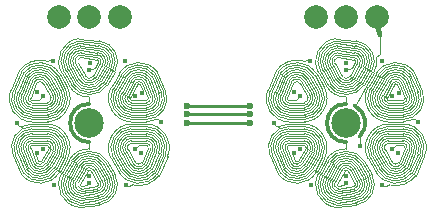
<source format=gbl>
G04*
G04 #@! TF.GenerationSoftware,Altium Limited,Altium Designer,19.1.5 (86)*
G04*
G04 Layer_Physical_Order=4*
G04 Layer_Color=16711680*
%FSAX44Y44*%
%MOMM*%
G71*
G01*
G75*
%ADD10C,0.3000*%
%ADD15C,0.4000*%
%ADD16C,0.1000*%
%ADD17C,2.5000*%
%ADD18C,2.0000*%
%ADD19C,0.6000*%
%ADD20C,0.4000*%
%ADD21C,0.2540*%
D10*
X-00526222Y-00683078D02*
G03*
X-00526222Y-00715482I00000000J-00016202D01*
G01*
X-00514847Y-00710817D02*
G03*
X-00518954Y-00684799I-00011375J00011537D01*
G01*
X-00743730Y-00683078D02*
G03*
X-00743730Y-00715482I00000000J-00016202D01*
G01*
D15*
X-00500522Y-00609280D02*
G03*
X-00497540Y-00624826I00042013J00000000D01*
G01*
D16*
X-00502904Y-00656884D02*
G03*
X-00500593Y-00643775I-00016853J00009730D01*
G01*
X-00537715Y-00665374D02*
G03*
X-00527223Y-00671298I00010765J00006812D01*
G01*
X-00541223Y-00667298D02*
G03*
X-00526222Y-00675280I00014273J00008736D01*
G01*
X-00539468Y-00666338D02*
G03*
X-00527152Y-00673297I00012518J00007775D01*
G01*
X-00529313Y-00659926D02*
G03*
X-00526762Y-00661284I00002363J00001364D01*
G01*
X-00532777Y-00661926D02*
G03*
X-00526622Y-00665282I00005827J00003364D01*
G01*
X-00526222Y-00661280D02*
G03*
X-00527041Y-00661289I00000000J-00038000D01*
G01*
X-00526222Y-00673280D02*
G03*
X-00527152Y-00673297I00000000J-00026000D01*
G01*
X-00526222Y-00667280D02*
G03*
X-00527024Y-00667290I00000000J-00032000D01*
G01*
X-00526222Y-00669280D02*
G03*
X-00527005Y-00669290I00000000J-00030000D01*
G01*
X-00526222Y-00671280D02*
G03*
X-00527223Y-00671298I00000000J-00028000D01*
G01*
X-00526222Y-00665280D02*
G03*
X-00527038Y-00665290I00000000J-00034000D01*
G01*
X-00534509Y-00662926D02*
G03*
X-00526565Y-00667282I00007559J00004364D01*
G01*
X-00531045Y-00660926D02*
G03*
X-00526687Y-00663283I00004095J00002364D01*
G01*
X-00536241Y-00663926D02*
G03*
X-00526512Y-00669281I00009291J00005364D01*
G01*
X-00526222Y-00663280D02*
G03*
X-00527045Y-00663289I00000000J-00036000D01*
G01*
X-00532952Y-00641672D02*
G03*
X-00537210Y-00650249I00000254J-00005471D01*
G01*
X-00532990Y-00643695D02*
G03*
X-00535695Y-00648873I00000292J-00003448D01*
G01*
X-00533146Y-00639697D02*
G03*
X-00539159Y-00650873I00000448J-00007447D01*
G01*
X-00515234Y-00650249D02*
G03*
X-00519492Y-00641672I-00004512J00003106D01*
G01*
X-00516749Y-00648873D02*
G03*
X-00519454Y-00643695I-00002996J00001730D01*
G01*
X-00518481Y-00647873D02*
G03*
X-00519538Y-00645698I-00001264J00000730D01*
G01*
X-00513285Y-00650873D02*
G03*
X-00519298Y-00639697I-00006461J00003730D01*
G01*
X-00533375Y-00635703D02*
G03*
X-00542623Y-00652873I00000677J-00011440D01*
G01*
X-00533261Y-00637700D02*
G03*
X-00540925Y-00651814I00000563J-00009444D01*
G01*
X-00508089Y-00653873D02*
G03*
X-00518642Y-00633728I-00011657J00006730D01*
G01*
X-00511519Y-00651814D02*
G03*
X-00519183Y-00637700I-00008227J00004671D01*
G01*
X-00509821Y-00652873D02*
G03*
X-00519069Y-00635703I-00009925J00005730D01*
G01*
X-00525399Y-00663289D02*
G03*
X-00526222Y-00663280I-00000823J-00035991D01*
G01*
X-00525439Y-00669290D02*
G03*
X-00526222Y-00669280I-00000783J-00029990D01*
G01*
X-00525403Y-00661289D02*
G03*
X-00526222Y-00661280I-00000819J-00037991D01*
G01*
X-00525406Y-00665290D02*
G03*
X-00526222Y-00665280I-00000816J-00033990D01*
G01*
X-00525292Y-00673297D02*
G03*
X-00526222Y-00673280I-00000930J-00025983D01*
G01*
X-00525420Y-00667290D02*
G03*
X-00526222Y-00667280I-00000802J-00031990D01*
G01*
X-00525932Y-00669281D02*
G03*
X-00516203Y-00663926I00000438J00010719D01*
G01*
X-00525682Y-00661284D02*
G03*
X-00523131Y-00659926I00000189J00002722D01*
G01*
X-00525879Y-00667282D02*
G03*
X-00517935Y-00662926I00000386J00008720D01*
G01*
X-00525757Y-00663283D02*
G03*
X-00521399Y-00660926I00000264J00004721D01*
G01*
X-00525822Y-00665282D02*
G03*
X-00519667Y-00661926I00000328J00006720D01*
G01*
X-00535017Y-00627822D02*
G03*
X-00549551Y-00656873I00002319J-00019321D01*
G01*
X-00534755Y-00629805D02*
G03*
X-00547819Y-00655873I00002057J-00017338D01*
G01*
X-00534293Y-00631766D02*
G03*
X-00546087Y-00654873I00001595J-00015378D01*
G01*
X-00533802Y-00633728D02*
G03*
X-00544355Y-00653873I00001104J-00013415D01*
G01*
X-00526222Y-00671280D02*
G03*
X-00514729Y-00665374I00000728J00012718D01*
G01*
X-00526222Y-00673280D02*
G03*
X-00512976Y-00666338I00000728J00014718D01*
G01*
X-00526222Y-00675280D02*
G03*
X-00511221Y-00667298I00000728J00016718D01*
G01*
X-00506357Y-00654873D02*
G03*
X-00518151Y-00631766I-00013389J00007730D01*
G01*
X-00504625Y-00655873D02*
G03*
X-00517689Y-00629805I-00015121J00008730D01*
G01*
X-00561332Y-00692280D02*
G03*
X-00550471Y-00685280I-00000517J00012728D01*
G01*
X-00557399Y-00681280D02*
G03*
X-00557802Y-00681997I00031177J-00018000D01*
G01*
X-00552203Y-00684280D02*
G03*
X-00552585Y-00684963I00025981J-00015000D01*
G01*
X-00559131Y-00680280D02*
G03*
X-00559533Y-00680994I00032909J-00019000D01*
G01*
X-00561374Y-00694280D02*
G03*
X-00548739Y-00686280I-00000475J00014728D01*
G01*
X-00555667Y-00682280D02*
G03*
X-00556066Y-00682991I00029445J-00017000D01*
G01*
X-00548739Y-00686280D02*
G03*
X-00549189Y-00687094I00022517J-00013000D01*
G01*
X-00553935Y-00683280D02*
G03*
X-00554327Y-00683979I00027713J-00016000D01*
G01*
X-00561849Y-00690280D02*
G03*
X-00552347Y-00684532I00000000J00010728D01*
G01*
X-00561849Y-00682280D02*
G03*
X-00559398Y-00680749I00000000J00002728D01*
G01*
X-00561849Y-00688280D02*
G03*
X-00554105Y-00683578I00000000J00008728D01*
G01*
X-00561849Y-00684280D02*
G03*
X-00557629Y-00681684I00000000J00004728D01*
G01*
X-00561849Y-00686280D02*
G03*
X-00555865Y-00682628I00000000J00006728D01*
G01*
X-00561420Y-00696280D02*
G03*
X-00547007Y-00687280I-00000429J00016728D01*
G01*
X-00558714Y-00679575D02*
G03*
X-00559131Y-00680280I00032492J-00019705D01*
G01*
X-00548259Y-00685483D02*
G03*
X-00548739Y-00686280I00022037J-00013797D01*
G01*
X-00553525Y-00682591D02*
G03*
X-00553935Y-00683280I00027303J-00016689D01*
G01*
X-00551802Y-00683607D02*
G03*
X-00552203Y-00684280I00025580J-00015673D01*
G01*
X-00549955Y-00684422D02*
G03*
X-00550471Y-00685280I00023733J-00014858D01*
G01*
X-00555251Y-00681579D02*
G03*
X-00555667Y-00682280I00029029J-00017701D01*
G01*
X-00556979Y-00680572D02*
G03*
X-00557399Y-00681280I00030757J-00018708D01*
G01*
X-00579477Y-00676304D02*
G03*
X-00574178Y-00684280I00004865J-00002516D01*
G01*
X-00577743Y-00677349D02*
G03*
X-00574612Y-00682280I00003132J-00001471D01*
G01*
X-00575967Y-00678277D02*
G03*
X-00574612Y-00680280I00001355J-00000543D01*
G01*
X-00581285Y-00675485D02*
G03*
X-00574612Y-00686280I00006673J-00003335D01*
G01*
X-00558858Y-00679815D02*
G03*
X-00558758Y-00676926I-00002263J00001524D01*
G01*
X-00555465Y-00681935D02*
G03*
X-00555294Y-00674926I-00005656J00003644D01*
G01*
X-00553762Y-00682984D02*
G03*
X-00553562Y-00673926I-00007359J00004694D01*
G01*
X-00557164Y-00680879D02*
G03*
X-00557026Y-00675926I-00003957J00002589D01*
G01*
X-00552057Y-00684029D02*
G03*
X-00551830Y-00672926I-00009064J00005739D01*
G01*
X-00549955Y-00684422D02*
G03*
X-00549839Y-00672374I-00011166J00006132D01*
G01*
X-00548259Y-00685483D02*
G03*
X-00548128Y-00671338I-00012861J00007193D01*
G01*
X-00583072Y-00674586D02*
G03*
X-00574680Y-00688280I00008460J-00004234D01*
G01*
X-00545275D02*
G03*
X-00545656Y-00688968I00019053J-00011000D01*
G01*
X-00563190Y-00665249D02*
G03*
X-00572747Y-00664648I-00004945J-00002354D01*
G01*
X-00565139Y-00665873D02*
G03*
X-00570976Y-00665627I-00002996J-00001730D01*
G01*
X-00561675Y-00663873D02*
G03*
X-00574361Y-00663492I-00006461J-00003730D01*
G01*
X-00562741Y-00646832D02*
G03*
X-00585666Y-00655225I-00005395J-00020771D01*
G01*
X-00558211Y-00661873D02*
G03*
X-00577705Y-00661297I-00009925J-00005730D01*
G01*
X-00559977Y-00662814D02*
G03*
X-00576033Y-00662394I-00008159J-00004789D01*
G01*
X-00556479Y-00660873D02*
G03*
X-00579202Y-00659940I-00011657J-00006730D01*
G01*
X-00547007Y-00687280D02*
G03*
X-00546419Y-00670298I-00014114J00008990D01*
G01*
X-00553015Y-00658873D02*
G03*
X-00582123Y-00657152I-00015121J-00008730D01*
G01*
X-00554747Y-00659873D02*
G03*
X-00580656Y-00658533I-00013389J-00007730D01*
G01*
X-00551283Y-00657873D02*
G03*
X-00583709Y-00655934I-00016853J-00009730D01*
G01*
X-00561471Y-00698280D02*
G03*
X-00545275Y-00688280I-00000378J00018728D01*
G01*
X-00584858Y-00673686D02*
G03*
X-00574612Y-00690280I00010246J-00005134D01*
G01*
X-00592504Y-00671168D02*
G03*
X-00574612Y-00698280I00017892J-00007652D01*
G01*
X-00588727Y-00672512D02*
G03*
X-00574612Y-00694280I00014115J-00006308D01*
G01*
X-00590656Y-00671932D02*
G03*
X-00574612Y-00696280I00016044J-00006888D01*
G01*
X-00586781Y-00673068D02*
G03*
X-00574612Y-00692280I00012169J-00005752D01*
G01*
X-00545275Y-00688280D02*
G03*
X-00544713Y-00669253I-00015846J00009990D01*
G01*
X-00506788Y-00688968D02*
G03*
X-00507169Y-00688280I-00019434J-00010312D01*
G01*
X-00493313Y-00680280D02*
G03*
X-00493730Y-00679575I-00032909J-00019000D01*
G01*
X-00503705Y-00686280D02*
G03*
X-00504185Y-00685483I-00022517J-00013000D01*
G01*
X-00498509Y-00683280D02*
G03*
X-00498919Y-00682591I-00027713J-00016000D01*
G01*
X-00500241Y-00684280D02*
G03*
X-00500642Y-00683607I-00025981J-00015000D01*
G01*
X-00501973Y-00685280D02*
G03*
X-00502489Y-00684422I-00024249J-00014000D01*
G01*
X-00496777Y-00682280D02*
G03*
X-00497193Y-00681579I-00029445J-00017000D01*
G01*
X-00495045Y-00681280D02*
G03*
X-00495465Y-00680572I-00031177J-00018000D01*
G01*
X-00494642Y-00681997D02*
G03*
X-00495045Y-00681280I-00031580J-00017283D01*
G01*
X-00499859Y-00684963D02*
G03*
X-00500241Y-00684280I-00026363J-00014317D01*
G01*
X-00492911Y-00680994D02*
G03*
X-00493313Y-00680280I-00033311J-00018286D01*
G01*
X-00491265Y-00679838D02*
G03*
X-00490595Y-00680280I00000670J00000286D01*
G01*
X-00496378Y-00682991D02*
G03*
X-00496777Y-00682280I-00029844J-00016289D01*
G01*
X-00503255Y-00687094D02*
G03*
X-00503705Y-00686280I-00022967J-00012186D01*
G01*
X-00498117Y-00683979D02*
G03*
X-00498509Y-00683280I-00028105J-00015301D01*
G01*
X-00500097Y-00684532D02*
G03*
X-00490595Y-00690280I00009502J00004980D01*
G01*
X-00493046Y-00680749D02*
G03*
X-00490595Y-00682280I00002451J00001198D01*
G01*
X-00498339Y-00683578D02*
G03*
X-00490595Y-00688280I00007744J00004026D01*
G01*
X-00494815Y-00681684D02*
G03*
X-00490595Y-00684280I00004220J00002132D01*
G01*
X-00496579Y-00682628D02*
G03*
X-00490595Y-00686280I00005984J00003076D01*
G01*
X-00501973Y-00685280D02*
G03*
X-00491112Y-00692280I00011378J00005728D01*
G01*
X-00503705Y-00686280D02*
G03*
X-00491070Y-00694280I00013110J00006728D01*
G01*
X-00502605Y-00672374D02*
G03*
X-00502489Y-00684422I00011281J-00005917D01*
G01*
X-00493686Y-00676926D02*
G03*
X-00493586Y-00679815I00002363J-00001364D01*
G01*
X-00497150Y-00674926D02*
G03*
X-00496979Y-00681935I00005827J-00003364D01*
G01*
X-00491954Y-00677926D02*
G03*
X-00491906Y-00678727I00000631J-00000364D01*
G01*
X-00498882Y-00673926D02*
G03*
X-00498682Y-00682984I00007559J-00004364D01*
G01*
X-00495418Y-00675926D02*
G03*
X-00495280Y-00680879I00004095J-00002364D01*
G01*
X-00500614Y-00672926D02*
G03*
X-00500387Y-00684029I00009291J-00005364D01*
G01*
X-00477832Y-00698280D02*
G03*
X-00469045Y-00696183I00000000J00019460D01*
G01*
X-00478266Y-00684280D02*
G03*
X-00472967Y-00676304I00000434J00005460D01*
G01*
X-00477832Y-00682280D02*
G03*
X-00474701Y-00677349I00000000J00003460D01*
G01*
X-00477832Y-00680280D02*
G03*
X-00476477Y-00678277I00000000J00001460D01*
G01*
X-00477832Y-00686280D02*
G03*
X-00471159Y-00675485I00000000J00007460D01*
G01*
X-00507731Y-00669253D02*
G03*
X-00507169Y-00688280I00016408J-00009037D01*
G01*
X-00477764D02*
G03*
X-00469372Y-00674586I-00000068J00009460D01*
G01*
X-00477832Y-00690280D02*
G03*
X-00467586Y-00673686I00000000J00011460D01*
G01*
X-00505437Y-00687280D02*
G03*
X-00491024Y-00696280I00014842J00007728D01*
G01*
X-00479697Y-00664648D02*
G03*
X-00489254Y-00665249I-00004611J-00002956D01*
G01*
X-00481468Y-00665627D02*
G03*
X-00487305Y-00665873I-00002840J-00001976D01*
G01*
X-00478083Y-00663492D02*
G03*
X-00490769Y-00663873I-00006225J-00004111D01*
G01*
X-00483161Y-00666701D02*
G03*
X-00485573Y-00666873I-00001148J-00000903D01*
G01*
X-00506025Y-00670298D02*
G03*
X-00505437Y-00687280I00014702J-00007993D01*
G01*
X-00504316Y-00671338D02*
G03*
X-00504185Y-00685483I00012993J-00006953D01*
G01*
X-00474739Y-00661297D02*
G03*
X-00494233Y-00661873I-00009569J-00006306D01*
G01*
X-00476411Y-00662394D02*
G03*
X-00492467Y-00662814I-00007897J-00005209D01*
G01*
X-00468735Y-00655934D02*
G03*
X-00501161Y-00657873I-00015573J-00011669D01*
G01*
X-00470321Y-00657152D02*
G03*
X-00499429Y-00658873I-00013987J-00010451D01*
G01*
X-00471788Y-00658533D02*
G03*
X-00497697Y-00659873I-00012520J-00009070D01*
G01*
X-00473242Y-00659940D02*
G03*
X-00495965Y-00660873I-00011066J-00007663D01*
G01*
X-00477832Y-00692280D02*
G03*
X-00465663Y-00673068I00000000J00013460D01*
G01*
X-00507169Y-00688280D02*
G03*
X-00490973Y-00698280I00016574J00008728D01*
G01*
X-00477832Y-00694280D02*
G03*
X-00463717Y-00672512I00000000J00015460D01*
G01*
X-00477832Y-00696280D02*
G03*
X-00461788Y-00671932I00000000J00017460D01*
G01*
X-00574612Y-00702280D02*
G03*
X-00590656Y-00726628I00000000J-00017460D01*
G01*
X-00574612Y-00704280D02*
G03*
X-00588727Y-00726048I00000000J-00015460D01*
G01*
X-00545275Y-00710280D02*
G03*
X-00561471Y-00700280I-00016574J-00008728D01*
G01*
X-00574612Y-00706280D02*
G03*
X-00586781Y-00725492I00000000J-00013460D01*
G01*
X-00579202Y-00738620D02*
G03*
X-00556479Y-00737687I00011066J00007663D01*
G01*
X-00580656Y-00740027D02*
G03*
X-00554747Y-00738687I00012520J00009070D01*
G01*
X-00582123Y-00741408D02*
G03*
X-00553015Y-00739687I00013987J00010451D01*
G01*
X-00583709Y-00742626D02*
G03*
X-00551283Y-00740687I00015573J00011669D01*
G01*
X-00576033Y-00736166D02*
G03*
X-00559977Y-00735746I00007897J00005209D01*
G01*
X-00577705Y-00737263D02*
G03*
X-00558211Y-00736687I00009569J00006306D01*
G01*
X-00548128Y-00727223D02*
G03*
X-00548259Y-00713077I-00012993J00006953D01*
G01*
X-00546419Y-00728262D02*
G03*
X-00547007Y-00711280I-00014702J00007993D01*
G01*
X-00569283Y-00731859D02*
G03*
X-00566871Y-00731687I00001148J00000903D01*
G01*
X-00574361Y-00735068D02*
G03*
X-00561675Y-00734687I00006225J00004111D01*
G01*
X-00570976Y-00732933D02*
G03*
X-00565139Y-00732687I00002840J00001976D01*
G01*
X-00572747Y-00733913D02*
G03*
X-00563190Y-00733311I00004611J00002956D01*
G01*
X-00547007Y-00711280D02*
G03*
X-00561420Y-00702280I-00014842J-00007728D01*
G01*
X-00574612Y-00708280D02*
G03*
X-00584858Y-00724874I00000000J-00011460D01*
G01*
X-00574680Y-00710280D02*
G03*
X-00583072Y-00723974I00000068J-00009460D01*
G01*
X-00544713Y-00729307D02*
G03*
X-00545275Y-00710280I-00016408J00009037D01*
G01*
X-00574612Y-00712280D02*
G03*
X-00581285Y-00723075I00000000J-00007460D01*
G01*
X-00574612Y-00718280D02*
G03*
X-00575967Y-00720283I00000000J-00001460D01*
G01*
X-00574612Y-00716280D02*
G03*
X-00577743Y-00721211I00000000J-00003460D01*
G01*
X-00574178Y-00714280D02*
G03*
X-00579477Y-00722256I-00000434J-00005460D01*
G01*
X-00574612Y-00700280D02*
G03*
X-00583399Y-00702377I00000000J-00019460D01*
G01*
X-00551830Y-00725634D02*
G03*
X-00552057Y-00714531I-00009291J00005364D01*
G01*
X-00557026Y-00722634D02*
G03*
X-00557164Y-00717681I-00004095J00002364D01*
G01*
X-00553562Y-00724634D02*
G03*
X-00553762Y-00715576I-00007559J00004364D01*
G01*
X-00560490Y-00720634D02*
G03*
X-00560538Y-00719833I-00000631J00000364D01*
G01*
X-00555294Y-00723634D02*
G03*
X-00555465Y-00716626I-00005827J00003364D01*
G01*
X-00558758Y-00721634D02*
G03*
X-00558858Y-00718746I-00002363J00001364D01*
G01*
X-00549839Y-00726186D02*
G03*
X-00549955Y-00714138I-00011281J00005917D01*
G01*
X-00548739Y-00712280D02*
G03*
X-00561374Y-00704280I-00013110J-00006728D01*
G01*
X-00550471Y-00713280D02*
G03*
X-00561332Y-00706280I-00011378J-00005728D01*
G01*
X-00555865Y-00715932D02*
G03*
X-00561849Y-00712280I-00005984J-00003076D01*
G01*
X-00557629Y-00716876D02*
G03*
X-00561849Y-00714280I-00004220J-00002132D01*
G01*
X-00554105Y-00714982D02*
G03*
X-00561849Y-00710280I-00007744J-00004026D01*
G01*
X-00559398Y-00717811D02*
G03*
X-00561849Y-00716280I-00002451J-00001198D01*
G01*
X-00552347Y-00714028D02*
G03*
X-00561849Y-00708280I-00009502J-00004980D01*
G01*
X-00554327Y-00714581D02*
G03*
X-00553935Y-00715280I00028105J00015301D01*
G01*
X-00549189Y-00711467D02*
G03*
X-00548739Y-00712280I00022967J00012186D01*
G01*
X-00556066Y-00715569D02*
G03*
X-00555667Y-00716280I00029844J00016289D01*
G01*
X-00561179Y-00718722D02*
G03*
X-00561849Y-00718280I-00000670J-00000286D01*
G01*
X-00559533Y-00717566D02*
G03*
X-00559131Y-00718280I00033311J00018286D01*
G01*
X-00552585Y-00713597D02*
G03*
X-00552203Y-00714280I00026363J00014317D01*
G01*
X-00557802Y-00716563D02*
G03*
X-00557399Y-00717280I00031580J00017283D01*
G01*
D02*
G03*
X-00556979Y-00717988I00031177J00018000D01*
G01*
X-00555667Y-00716280D02*
G03*
X-00555251Y-00716982I00029445J00017000D01*
G01*
X-00550471Y-00713280D02*
G03*
X-00549955Y-00714138I00024249J00014000D01*
G01*
X-00552203Y-00714280D02*
G03*
X-00551802Y-00714953I00025981J00015000D01*
G01*
X-00553935Y-00715280D02*
G03*
X-00553525Y-00715969I00027713J00016000D01*
G01*
X-00548739Y-00712280D02*
G03*
X-00548259Y-00713077I00022517J00013000D01*
G01*
X-00559131Y-00718280D02*
G03*
X-00558714Y-00718985I00032909J00019000D01*
G01*
X-00545656Y-00709592D02*
G03*
X-00545275Y-00710280I00019434J00010312D01*
G01*
X-00507169D02*
G03*
X-00507731Y-00729307I00015846J-00009990D01*
G01*
X-00465663Y-00725492D02*
G03*
X-00477832Y-00706280I-00012169J00005752D01*
G01*
X-00461788Y-00726628D02*
G03*
X-00477832Y-00702280I-00016044J00006888D01*
G01*
X-00463717Y-00726048D02*
G03*
X-00477832Y-00704280I-00014115J00006308D01*
G01*
X-00459940Y-00727392D02*
G03*
X-00477832Y-00700280I-00017892J00007652D01*
G01*
X-00467586Y-00724874D02*
G03*
X-00477832Y-00708280I-00010246J00005134D01*
G01*
X-00490973Y-00700280D02*
G03*
X-00507169Y-00710280I00000378J-00018728D01*
G01*
X-00501161Y-00740687D02*
G03*
X-00468735Y-00742626I00016853J00009730D01*
G01*
X-00497697Y-00738687D02*
G03*
X-00471788Y-00740027I00013389J00007730D01*
G01*
X-00499429Y-00739687D02*
G03*
X-00470321Y-00741408I00015121J00008730D01*
G01*
X-00505437Y-00711280D02*
G03*
X-00506025Y-00728262I00014114J-00008990D01*
G01*
X-00495965Y-00737687D02*
G03*
X-00473242Y-00738620I00011657J00006730D01*
G01*
X-00492467Y-00735746D02*
G03*
X-00476411Y-00736166I00008159J00004789D01*
G01*
X-00494233Y-00736687D02*
G03*
X-00474739Y-00737263I00009925J00005730D01*
G01*
X-00489703Y-00751728D02*
G03*
X-00466778Y-00743335I00005395J00020771D01*
G01*
X-00490769Y-00734687D02*
G03*
X-00478083Y-00735068I00006461J00003730D01*
G01*
X-00487305Y-00732687D02*
G03*
X-00481468Y-00732933I00002996J00001730D01*
G01*
X-00489254Y-00733311D02*
G03*
X-00479697Y-00733913I00004945J00002354D01*
G01*
X-00507169Y-00710280D02*
G03*
X-00506788Y-00709592I-00019053J00011000D01*
G01*
X-00469372Y-00723974D02*
G03*
X-00477764Y-00710280I-00008460J00004234D01*
G01*
X-00504185Y-00713077D02*
G03*
X-00504316Y-00727223I00012861J-00007193D01*
G01*
X-00502489Y-00714138D02*
G03*
X-00502605Y-00726186I00011166J-00006132D01*
G01*
X-00500387Y-00714531D02*
G03*
X-00500614Y-00725634I00009064J-00005739D01*
G01*
X-00495280Y-00717681D02*
G03*
X-00495418Y-00722634I00003957J-00002589D01*
G01*
X-00498682Y-00715576D02*
G03*
X-00498882Y-00724634I00007359J-00004694D01*
G01*
X-00496979Y-00716626D02*
G03*
X-00497150Y-00723634I00005656J-00003644D01*
G01*
X-00493586Y-00718746D02*
G03*
X-00493686Y-00721634I00002263J-00001524D01*
G01*
X-00471159Y-00723075D02*
G03*
X-00477832Y-00712280I-00006673J00003335D01*
G01*
X-00476477Y-00720283D02*
G03*
X-00477832Y-00718280I-00001355J00000543D01*
G01*
X-00474701Y-00721211D02*
G03*
X-00477832Y-00716280I-00003132J00001471D01*
G01*
X-00472967Y-00722256D02*
G03*
X-00478266Y-00714280I-00004865J00002516D01*
G01*
X-00495465Y-00717988D02*
G03*
X-00495045Y-00717280I-00030757J00018708D01*
G01*
X-00497193Y-00716982D02*
G03*
X-00496777Y-00716280I-00029029J00017701D01*
G01*
X-00502489Y-00714138D02*
G03*
X-00501973Y-00713280I-00023733J00014858D01*
G01*
X-00500642Y-00714953D02*
G03*
X-00500241Y-00714280I-00025580J00015673D01*
G01*
X-00498919Y-00715969D02*
G03*
X-00498509Y-00715280I-00027303J00016689D01*
G01*
X-00504185Y-00713077D02*
G03*
X-00503705Y-00712280I-00022037J00013797D01*
G01*
X-00493730Y-00718985D02*
G03*
X-00493313Y-00718280I-00032492J00019705D01*
G01*
X-00491024Y-00702280D02*
G03*
X-00505437Y-00711280I00000429J-00016728D01*
G01*
X-00490595Y-00712280D02*
G03*
X-00496579Y-00715932I00000000J-00006728D01*
G01*
X-00490595Y-00714280D02*
G03*
X-00494815Y-00716876I00000000J-00004728D01*
G01*
X-00490595Y-00710280D02*
G03*
X-00498339Y-00714982I00000000J-00008728D01*
G01*
X-00490595Y-00716280D02*
G03*
X-00493046Y-00717811I00000000J-00002728D01*
G01*
X-00490595Y-00708280D02*
G03*
X-00500097Y-00714028I00000000J-00010728D01*
G01*
X-00498509Y-00715280D02*
G03*
X-00498117Y-00714581I-00027713J00016000D01*
G01*
X-00503705Y-00712280D02*
G03*
X-00503255Y-00711467I-00022517J00013000D01*
G01*
X-00496777Y-00716280D02*
G03*
X-00496378Y-00715569I-00029445J00017000D01*
G01*
X-00491070Y-00704280D02*
G03*
X-00503705Y-00712280I00000475J-00014728D01*
G01*
X-00493313Y-00718280D02*
G03*
X-00492911Y-00717566I-00032909J00019000D01*
G01*
X-00500241Y-00714280D02*
G03*
X-00499859Y-00713597I-00025981J00015000D01*
G01*
X-00495045Y-00717280D02*
G03*
X-00494642Y-00716563I-00031177J00018000D01*
G01*
X-00491112Y-00706280D02*
G03*
X-00501973Y-00713280I00000517J-00012728D01*
G01*
X-00533963Y-00750687D02*
G03*
X-00532906Y-00752862I00001264J-00000730D01*
G01*
X-00539159Y-00747687D02*
G03*
X-00533146Y-00758864I00006461J-00003730D01*
G01*
X-00535695Y-00749687D02*
G03*
X-00532990Y-00754865I00002996J-00001730D01*
G01*
X-00537210Y-00748311D02*
G03*
X-00532952Y-00756888I00004512J-00003106D01*
G01*
X-00527045Y-00735271D02*
G03*
X-00526222Y-00735280I00000823J00035991D01*
G01*
X-00526512Y-00729279D02*
G03*
X-00536241Y-00734634I-00000438J-00010719D01*
G01*
X-00526687Y-00735277D02*
G03*
X-00531045Y-00737634I-00000264J-00004721D01*
G01*
X-00526565Y-00731278D02*
G03*
X-00534509Y-00735634I-00000386J-00008720D01*
G01*
X-00527038Y-00733270D02*
G03*
X-00526222Y-00733280I00000816J00033990D01*
G01*
X-00527223Y-00727262D02*
G03*
X-00526222Y-00727280I00001001J00027982D01*
G01*
X-00527005Y-00729270D02*
G03*
X-00526222Y-00729280I00000783J00029990D01*
G01*
X-00527024Y-00731270D02*
G03*
X-00526222Y-00731280I00000802J00031990D01*
G01*
X-00527152Y-00725263D02*
G03*
X-00526222Y-00725280I00000930J00025983D01*
G01*
X-00527041Y-00737271D02*
G03*
X-00526222Y-00737280I00000819J00037991D01*
G01*
X-00526622Y-00733278D02*
G03*
X-00532777Y-00736634I-00000328J-00006720D01*
G01*
X-00526762Y-00737276D02*
G03*
X-00529313Y-00738634I-00000189J-00002722D01*
G01*
X-00527152Y-00725263D02*
G03*
X-00539468Y-00732223I00000202J-00014734D01*
G01*
X-00526222Y-00723280D02*
G03*
X-00541223Y-00731262I-00000728J-00016718D01*
G01*
X-00527223Y-00727262D02*
G03*
X-00537715Y-00733186I00000273J-00012736D01*
G01*
X-00519298Y-00758864D02*
G03*
X-00513285Y-00747687I-00000448J00007447D01*
G01*
X-00519538Y-00752862D02*
G03*
X-00518481Y-00750687I-00000208J00001445D01*
G01*
X-00519454Y-00754865D02*
G03*
X-00516749Y-00749687I-00000292J00003448D01*
G01*
X-00519492Y-00756888D02*
G03*
X-00515234Y-00748311I-00000254J00005471D01*
G01*
X-00558758Y-00721634D02*
G03*
X-00558858Y-00718746I-00002363J00001364D01*
G01*
X-00540925Y-00746746D02*
G03*
X-00533261Y-00760860I00008227J-00004671D01*
G01*
X-00542623Y-00745687D02*
G03*
X-00533375Y-00762857I00009925J-00005730D01*
G01*
X-00526863Y-00739275D02*
G03*
X-00527581Y-00739634I-00000087J-00000723D01*
G01*
X-00519069Y-00762857D02*
G03*
X-00509821Y-00745687I-00000677J00011440D01*
G01*
X-00519183Y-00760860D02*
G03*
X-00511519Y-00746746I-00000563J00009444D01*
G01*
X-00518642Y-00764832D02*
G03*
X-00508089Y-00744687I-00001104J00013415D01*
G01*
X-00519667Y-00736634D02*
G03*
X-00525822Y-00733278I-00005827J-00003364D01*
G01*
X-00521399Y-00737634D02*
G03*
X-00525757Y-00735277I-00004095J-00002364D01*
G01*
X-00517935Y-00735634D02*
G03*
X-00525879Y-00731278I-00007559J-00004364D01*
G01*
X-00523131Y-00738634D02*
G03*
X-00525682Y-00737276I-00002363J-00001364D01*
G01*
X-00516203Y-00734634D02*
G03*
X-00525932Y-00729279I-00009291J-00005364D01*
G01*
X-00526222Y-00731280D02*
G03*
X-00525420Y-00731270I00000000J00032000D01*
G01*
X-00526222Y-00725280D02*
G03*
X-00525292Y-00725263I00000000J00026000D01*
G01*
X-00526222Y-00733280D02*
G03*
X-00525406Y-00733270I00000000J00034000D01*
G01*
X-00526222Y-00737280D02*
G03*
X-00525403Y-00737271I00000000J00038000D01*
G01*
X-00526222Y-00729280D02*
G03*
X-00525439Y-00729270I00000000J00030000D01*
G01*
X-00526222Y-00735280D02*
G03*
X-00525399Y-00735271I00000000J00036000D01*
G01*
X-00524863Y-00739634D02*
G03*
X-00525581Y-00739275I-00000631J-00000364D01*
G01*
X-00544355Y-00744687D02*
G03*
X-00533802Y-00764832I00011657J-00006730D01*
G01*
X-00546087Y-00743687D02*
G03*
X-00534293Y-00766794I00013389J-00007730D01*
G01*
X-00547819Y-00742687D02*
G03*
X-00534755Y-00768755I00015121J-00008730D01*
G01*
X-00549551Y-00741687D02*
G03*
X-00535017Y-00770738I00016853J-00009730D01*
G01*
X-00511221Y-00731262D02*
G03*
X-00526222Y-00723280I-00014273J-00008736D01*
G01*
X-00512976Y-00732223D02*
G03*
X-00526222Y-00725280I-00012518J-00007775D01*
G01*
X-00514729Y-00733186D02*
G03*
X-00526222Y-00727280I-00010765J-00006812D01*
G01*
X-00517689Y-00768755D02*
G03*
X-00504625Y-00742687I-00002057J00017338D01*
G01*
X-00518151Y-00766794D02*
G03*
X-00506357Y-00743687I-00001595J00015378D01*
G01*
X-00526222Y-00721280D02*
G03*
X-00542980Y-00730307I-00000728J-00018718D01*
G01*
Y-00668253D02*
G03*
X-00526222Y-00677280I00016030J00009691D01*
G01*
X-00760489Y-00668253D02*
G03*
X-00743730Y-00677280I00016030J00009691D01*
G01*
Y-00721280D02*
G03*
X-00760489Y-00730307I-00000728J-00018718D01*
G01*
X-00735659Y-00766794D02*
G03*
X-00723865Y-00743687I-00001595J00015378D01*
G01*
X-00735197Y-00768755D02*
G03*
X-00722133Y-00742687I-00002057J00017338D01*
G01*
X-00732237Y-00733186D02*
G03*
X-00743730Y-00727280I-00010765J-00006812D01*
G01*
X-00730484Y-00732223D02*
G03*
X-00743730Y-00725280I-00012518J-00007775D01*
G01*
X-00728729Y-00731262D02*
G03*
X-00743730Y-00723280I-00014273J-00008736D01*
G01*
X-00767059Y-00741687D02*
G03*
X-00752525Y-00770738I00016853J-00009730D01*
G01*
X-00765327Y-00742687D02*
G03*
X-00752263Y-00768755I00015121J-00008730D01*
G01*
X-00763595Y-00743687D02*
G03*
X-00751801Y-00766794I00013389J-00007730D01*
G01*
X-00761863Y-00744687D02*
G03*
X-00751310Y-00764832I00011657J-00006730D01*
G01*
X-00742371Y-00739634D02*
G03*
X-00743089Y-00739275I-00000631J-00000364D01*
G01*
X-00743730Y-00735280D02*
G03*
X-00742907Y-00735271I00000000J00036000D01*
G01*
X-00743730Y-00729280D02*
G03*
X-00742947Y-00729270I00000000J00030000D01*
G01*
X-00743730Y-00737280D02*
G03*
X-00742911Y-00737271I00000000J00038000D01*
G01*
X-00743730Y-00733280D02*
G03*
X-00742914Y-00733270I00000000J00034000D01*
G01*
X-00743730Y-00725280D02*
G03*
X-00742800Y-00725263I00000000J00026000D01*
G01*
X-00743730Y-00731280D02*
G03*
X-00742928Y-00731270I00000000J00032000D01*
G01*
X-00733711Y-00734634D02*
G03*
X-00743440Y-00729279I-00009291J-00005364D01*
G01*
X-00740639Y-00738634D02*
G03*
X-00743190Y-00737276I-00002363J-00001364D01*
G01*
X-00735443Y-00735634D02*
G03*
X-00743387Y-00731278I-00007559J-00004364D01*
G01*
X-00738907Y-00737634D02*
G03*
X-00743265Y-00735277I-00004095J-00002364D01*
G01*
X-00737175Y-00736634D02*
G03*
X-00743330Y-00733278I-00005827J-00003364D01*
G01*
X-00736150Y-00764832D02*
G03*
X-00725597Y-00744687I-00001104J00013415D01*
G01*
X-00736691Y-00760860D02*
G03*
X-00729027Y-00746746I-00000563J00009444D01*
G01*
X-00736577Y-00762857D02*
G03*
X-00727329Y-00745687I-00000677J00011440D01*
G01*
X-00744371Y-00739275D02*
G03*
X-00745089Y-00739634I-00000087J-00000723D01*
G01*
X-00760131Y-00745687D02*
G03*
X-00750883Y-00762857I00009925J-00005730D01*
G01*
X-00758433Y-00746746D02*
G03*
X-00750769Y-00760860I00008227J-00004671D01*
G01*
X-00776266Y-00721634D02*
G03*
X-00776366Y-00718746I-00002363J00001364D01*
G01*
X-00737000Y-00756888D02*
G03*
X-00732742Y-00748311I-00000254J00005471D01*
G01*
X-00736962Y-00754865D02*
G03*
X-00734258Y-00749687I-00000292J00003448D01*
G01*
X-00737046Y-00752862D02*
G03*
X-00735990Y-00750687I-00000208J00001445D01*
G01*
X-00736806Y-00758864D02*
G03*
X-00730793Y-00747687I-00000448J00007447D01*
G01*
X-00744731Y-00727262D02*
G03*
X-00755223Y-00733186I00000273J-00012736D01*
G01*
X-00743730Y-00723280D02*
G03*
X-00758731Y-00731262I-00000728J-00016718D01*
G01*
X-00744660Y-00725263D02*
G03*
X-00756976Y-00732223I00000202J-00014734D01*
G01*
X-00744270Y-00737276D02*
G03*
X-00746821Y-00738634I-00000189J-00002722D01*
G01*
X-00744130Y-00733278D02*
G03*
X-00750285Y-00736634I-00000328J-00006720D01*
G01*
X-00744549Y-00737271D02*
G03*
X-00743730Y-00737280I00000819J00037991D01*
G01*
X-00744660Y-00725263D02*
G03*
X-00743730Y-00725280I00000930J00025983D01*
G01*
X-00744532Y-00731270D02*
G03*
X-00743730Y-00731280I00000802J00031990D01*
G01*
X-00744513Y-00729270D02*
G03*
X-00743730Y-00729280I00000783J00029990D01*
G01*
X-00744731Y-00727262D02*
G03*
X-00743730Y-00727280I00001001J00027982D01*
G01*
X-00744546Y-00733270D02*
G03*
X-00743730Y-00733280I00000816J00033990D01*
G01*
X-00744073Y-00731278D02*
G03*
X-00752017Y-00735634I-00000386J-00008720D01*
G01*
X-00744195Y-00735277D02*
G03*
X-00748553Y-00737634I-00000264J-00004721D01*
G01*
X-00744020Y-00729279D02*
G03*
X-00753749Y-00734634I-00000438J-00010719D01*
G01*
X-00744553Y-00735271D02*
G03*
X-00743730Y-00735280I00000823J00035991D01*
G01*
X-00754718Y-00748311D02*
G03*
X-00750460Y-00756888I00004512J-00003106D01*
G01*
X-00753203Y-00749687D02*
G03*
X-00750498Y-00754865I00002996J-00001730D01*
G01*
X-00756667Y-00747687D02*
G03*
X-00750654Y-00758864I00006461J-00003730D01*
G01*
X-00751470Y-00750687D02*
G03*
X-00750414Y-00752862I00001264J-00000730D01*
G01*
X-00708620Y-00706280D02*
G03*
X-00719481Y-00713280I00000517J-00012728D01*
G01*
X-00712553Y-00717280D02*
G03*
X-00712150Y-00716563I-00031177J00018000D01*
G01*
X-00717749Y-00714280D02*
G03*
X-00717367Y-00713597I-00025981J00015000D01*
G01*
X-00710821Y-00718280D02*
G03*
X-00710419Y-00717566I-00032909J00019000D01*
G01*
X-00708578Y-00704280D02*
G03*
X-00721213Y-00712280I00000475J-00014728D01*
G01*
X-00714285Y-00716280D02*
G03*
X-00713886Y-00715569I-00029445J00017000D01*
G01*
X-00721213Y-00712280D02*
G03*
X-00720763Y-00711467I-00022517J00013000D01*
G01*
X-00716017Y-00715280D02*
G03*
X-00715625Y-00714581I-00027713J00016000D01*
G01*
X-00708103Y-00708280D02*
G03*
X-00717605Y-00714028I00000000J-00010728D01*
G01*
X-00708103Y-00716280D02*
G03*
X-00710555Y-00717811I00000000J-00002728D01*
G01*
X-00708103Y-00710280D02*
G03*
X-00715847Y-00714982I00000000J-00008728D01*
G01*
X-00708103Y-00714280D02*
G03*
X-00712323Y-00716876I00000000J-00004728D01*
G01*
X-00708103Y-00712280D02*
G03*
X-00714087Y-00715932I00000000J-00006728D01*
G01*
X-00708532Y-00702280D02*
G03*
X-00722945Y-00711280I00000429J-00016728D01*
G01*
X-00711238Y-00718985D02*
G03*
X-00710821Y-00718280I-00032492J00019705D01*
G01*
X-00721693Y-00713077D02*
G03*
X-00721213Y-00712280I-00022037J00013797D01*
G01*
X-00716427Y-00715969D02*
G03*
X-00716017Y-00715280I-00027303J00016689D01*
G01*
X-00718149Y-00714953D02*
G03*
X-00717749Y-00714280I-00025580J00015673D01*
G01*
X-00719997Y-00714138D02*
G03*
X-00719481Y-00713280I-00023733J00014858D01*
G01*
X-00714701Y-00716982D02*
G03*
X-00714285Y-00716280I-00029029J00017701D01*
G01*
X-00712973Y-00717988D02*
G03*
X-00712553Y-00717280I-00030757J00018708D01*
G01*
X-00690475Y-00722256D02*
G03*
X-00695774Y-00714280I-00004865J00002516D01*
G01*
X-00692208Y-00721211D02*
G03*
X-00695340Y-00716280I-00003132J00001471D01*
G01*
X-00693985Y-00720283D02*
G03*
X-00695340Y-00718280I-00001355J00000543D01*
G01*
X-00688667Y-00723075D02*
G03*
X-00695340Y-00712280I-00006673J00003335D01*
G01*
X-00711094Y-00718746D02*
G03*
X-00711194Y-00721634I00002263J-00001524D01*
G01*
X-00714487Y-00716626D02*
G03*
X-00714658Y-00723634I00005656J-00003644D01*
G01*
X-00716190Y-00715576D02*
G03*
X-00716390Y-00724634I00007359J-00004694D01*
G01*
X-00712788Y-00717681D02*
G03*
X-00712926Y-00722634I00003957J-00002589D01*
G01*
X-00717896Y-00714531D02*
G03*
X-00718122Y-00725634I00009064J-00005739D01*
G01*
X-00719997Y-00714138D02*
G03*
X-00720113Y-00726186I00011166J-00006132D01*
G01*
X-00721693Y-00713077D02*
G03*
X-00721824Y-00727223I00012861J-00007193D01*
G01*
X-00686880Y-00723974D02*
G03*
X-00695272Y-00710280I-00008460J00004234D01*
G01*
X-00724677D02*
G03*
X-00724296Y-00709592I-00019053J00011000D01*
G01*
X-00706762Y-00733311D02*
G03*
X-00697205Y-00733913I00004945J00002354D01*
G01*
X-00704813Y-00732687D02*
G03*
X-00698976Y-00732933I00002996J00001730D01*
G01*
X-00708277Y-00734687D02*
G03*
X-00695591Y-00735068I00006461J00003730D01*
G01*
X-00707211Y-00751728D02*
G03*
X-00684286Y-00743335I00005395J00020771D01*
G01*
X-00711741Y-00736687D02*
G03*
X-00692247Y-00737263I00009925J00005730D01*
G01*
X-00709975Y-00735746D02*
G03*
X-00693919Y-00736166I00008159J00004789D01*
G01*
X-00713473Y-00737687D02*
G03*
X-00690751Y-00738620I00011657J00006730D01*
G01*
X-00722945Y-00711280D02*
G03*
X-00723533Y-00728262I00014114J-00008990D01*
G01*
X-00716937Y-00739687D02*
G03*
X-00687829Y-00741408I00015121J00008730D01*
G01*
X-00715205Y-00738687D02*
G03*
X-00689296Y-00740027I00013389J00007730D01*
G01*
X-00718669Y-00740687D02*
G03*
X-00686243Y-00742626I00016853J00009730D01*
G01*
X-00708481Y-00700280D02*
G03*
X-00724677Y-00710280I00000378J-00018728D01*
G01*
X-00685094Y-00724874D02*
G03*
X-00695340Y-00708280I-00010246J00005134D01*
G01*
X-00677448Y-00727392D02*
G03*
X-00695340Y-00700280I-00017892J00007652D01*
G01*
X-00681225Y-00726048D02*
G03*
X-00695340Y-00704280I-00014115J00006308D01*
G01*
X-00679296Y-00726628D02*
G03*
X-00695340Y-00702280I-00016044J00006888D01*
G01*
X-00683171Y-00725492D02*
G03*
X-00695340Y-00706280I-00012169J00005752D01*
G01*
X-00724677Y-00710280D02*
G03*
X-00725239Y-00729307I00015846J-00009990D01*
G01*
X-00763164Y-00709592D02*
G03*
X-00762783Y-00710280I00019434J00010312D01*
G01*
X-00776639Y-00718280D02*
G03*
X-00776222Y-00718985I00032909J00019000D01*
G01*
X-00766247Y-00712280D02*
G03*
X-00765767Y-00713077I00022517J00013000D01*
G01*
X-00771443Y-00715280D02*
G03*
X-00771033Y-00715969I00027713J00016000D01*
G01*
X-00769711Y-00714280D02*
G03*
X-00769311Y-00714953I00025981J00015000D01*
G01*
X-00767979Y-00713280D02*
G03*
X-00767463Y-00714138I00024249J00014000D01*
G01*
X-00773175Y-00716280D02*
G03*
X-00772759Y-00716982I00029445J00017000D01*
G01*
X-00774907Y-00717280D02*
G03*
X-00774487Y-00717988I00031177J00018000D01*
G01*
X-00775310Y-00716563D02*
G03*
X-00774907Y-00717280I00031580J00017283D01*
G01*
X-00770093Y-00713597D02*
G03*
X-00769711Y-00714280I00026363J00014317D01*
G01*
X-00777041Y-00717566D02*
G03*
X-00776639Y-00718280I00033311J00018286D01*
G01*
X-00778687Y-00718722D02*
G03*
X-00779357Y-00718280I-00000670J-00000286D01*
G01*
X-00773574Y-00715569D02*
G03*
X-00773175Y-00716280I00029844J00016289D01*
G01*
X-00766697Y-00711467D02*
G03*
X-00766247Y-00712280I00022967J00012186D01*
G01*
X-00771835Y-00714581D02*
G03*
X-00771443Y-00715280I00028105J00015301D01*
G01*
X-00769855Y-00714028D02*
G03*
X-00779357Y-00708280I-00009502J-00004980D01*
G01*
X-00776906Y-00717811D02*
G03*
X-00779357Y-00716280I-00002451J-00001198D01*
G01*
X-00771613Y-00714982D02*
G03*
X-00779357Y-00710280I-00007744J-00004026D01*
G01*
X-00775137Y-00716876D02*
G03*
X-00779357Y-00714280I-00004220J-00002132D01*
G01*
X-00773373Y-00715932D02*
G03*
X-00779357Y-00712280I-00005984J-00003076D01*
G01*
X-00767979Y-00713280D02*
G03*
X-00778840Y-00706280I-00011378J-00005728D01*
G01*
X-00766247Y-00712280D02*
G03*
X-00778882Y-00704280I-00013110J-00006728D01*
G01*
X-00767347Y-00726186D02*
G03*
X-00767463Y-00714138I-00011281J00005917D01*
G01*
X-00776266Y-00721634D02*
G03*
X-00776366Y-00718746I-00002363J00001364D01*
G01*
X-00772802Y-00723634D02*
G03*
X-00772973Y-00716626I-00005827J00003364D01*
G01*
X-00777998Y-00720634D02*
G03*
X-00778046Y-00719833I-00000631J00000364D01*
G01*
X-00771070Y-00724634D02*
G03*
X-00771270Y-00715576I-00007559J00004364D01*
G01*
X-00774534Y-00722634D02*
G03*
X-00774672Y-00717681I-00004095J00002364D01*
G01*
X-00769338Y-00725634D02*
G03*
X-00769565Y-00714531I-00009291J00005364D01*
G01*
X-00792120Y-00700280D02*
G03*
X-00800907Y-00702377I00000000J-00019460D01*
G01*
X-00791686Y-00714280D02*
G03*
X-00796985Y-00722256I-00000434J-00005460D01*
G01*
X-00792120Y-00716280D02*
G03*
X-00795251Y-00721211I00000000J-00003460D01*
G01*
X-00792120Y-00718280D02*
G03*
X-00793475Y-00720283I00000000J-00001460D01*
G01*
X-00792120Y-00712280D02*
G03*
X-00798793Y-00723075I00000000J-00007460D01*
G01*
X-00762221Y-00729307D02*
G03*
X-00762783Y-00710280I-00016408J00009037D01*
G01*
X-00792188D02*
G03*
X-00800580Y-00723974I00000068J-00009460D01*
G01*
X-00792120Y-00708280D02*
G03*
X-00802366Y-00724874I00000000J-00011460D01*
G01*
X-00764515Y-00711280D02*
G03*
X-00778928Y-00702280I-00014842J-00007728D01*
G01*
X-00790255Y-00733913D02*
G03*
X-00780698Y-00733311I00004611J00002956D01*
G01*
X-00788484Y-00732933D02*
G03*
X-00782647Y-00732687I00002840J00001976D01*
G01*
X-00791869Y-00735068D02*
G03*
X-00779183Y-00734687I00006225J00004111D01*
G01*
X-00786791Y-00731859D02*
G03*
X-00784380Y-00731687I00001148J00000903D01*
G01*
X-00763927Y-00728262D02*
G03*
X-00764515Y-00711280I-00014702J00007993D01*
G01*
X-00765636Y-00727223D02*
G03*
X-00765767Y-00713077I-00012993J00006953D01*
G01*
X-00795213Y-00737263D02*
G03*
X-00775719Y-00736687I00009569J00006306D01*
G01*
X-00793541Y-00736166D02*
G03*
X-00777485Y-00735746I00007897J00005209D01*
G01*
X-00801217Y-00742626D02*
G03*
X-00768791Y-00740687I00015573J00011669D01*
G01*
X-00799631Y-00741408D02*
G03*
X-00770523Y-00739687I00013987J00010451D01*
G01*
X-00798164Y-00740027D02*
G03*
X-00772255Y-00738687I00012520J00009070D01*
G01*
X-00796710Y-00738620D02*
G03*
X-00773987Y-00737687I00011066J00007663D01*
G01*
X-00792120Y-00706280D02*
G03*
X-00804289Y-00725492I00000000J-00013460D01*
G01*
X-00762783Y-00710280D02*
G03*
X-00778979Y-00700280I-00016574J-00008728D01*
G01*
X-00792120Y-00704280D02*
G03*
X-00806235Y-00726048I00000000J-00015460D01*
G01*
X-00792120Y-00702280D02*
G03*
X-00808164Y-00726628I00000000J-00017460D01*
G01*
X-00695340Y-00696280D02*
G03*
X-00679296Y-00671932I00000000J00017460D01*
G01*
X-00695340Y-00694280D02*
G03*
X-00681225Y-00672512I00000000J00015460D01*
G01*
X-00724677Y-00688280D02*
G03*
X-00708481Y-00698280I00016574J00008728D01*
G01*
X-00695340Y-00692280D02*
G03*
X-00683171Y-00673068I00000000J00013460D01*
G01*
X-00690751Y-00659940D02*
G03*
X-00713473Y-00660873I-00011066J-00007663D01*
G01*
X-00689296Y-00658533D02*
G03*
X-00715205Y-00659873I-00012520J-00009070D01*
G01*
X-00687829Y-00657152D02*
G03*
X-00716937Y-00658873I-00013987J-00010451D01*
G01*
X-00686243Y-00655934D02*
G03*
X-00718669Y-00657873I-00015573J-00011669D01*
G01*
X-00693919Y-00662394D02*
G03*
X-00709975Y-00662814I-00007897J-00005209D01*
G01*
X-00692247Y-00661297D02*
G03*
X-00711741Y-00661873I-00009569J-00006306D01*
G01*
X-00721824Y-00671338D02*
G03*
X-00721693Y-00685483I00012993J-00006953D01*
G01*
X-00723533Y-00670298D02*
G03*
X-00722945Y-00687280I00014702J-00007993D01*
G01*
X-00700669Y-00666701D02*
G03*
X-00703081Y-00666873I-00001148J-00000903D01*
G01*
X-00695591Y-00663492D02*
G03*
X-00708277Y-00663873I-00006225J-00004111D01*
G01*
X-00698976Y-00665627D02*
G03*
X-00704813Y-00665873I-00002840J-00001976D01*
G01*
X-00697205Y-00664648D02*
G03*
X-00706762Y-00665249I-00004611J-00002956D01*
G01*
X-00722945Y-00687280D02*
G03*
X-00708532Y-00696280I00014842J00007728D01*
G01*
X-00695340Y-00690280D02*
G03*
X-00685094Y-00673686I00000000J00011460D01*
G01*
X-00695272Y-00688280D02*
G03*
X-00686880Y-00674586I-00000068J00009460D01*
G01*
X-00725239Y-00669253D02*
G03*
X-00724677Y-00688280I00016408J-00009037D01*
G01*
X-00695340Y-00686280D02*
G03*
X-00688667Y-00675485I00000000J00007460D01*
G01*
X-00695340Y-00680280D02*
G03*
X-00693985Y-00678277I00000000J00001460D01*
G01*
X-00695340Y-00682280D02*
G03*
X-00692208Y-00677349I00000000J00003460D01*
G01*
X-00695774Y-00684280D02*
G03*
X-00690475Y-00676304I00000434J00005460D01*
G01*
X-00695340Y-00698280D02*
G03*
X-00686553Y-00696183I00000000J00019460D01*
G01*
X-00718122Y-00672926D02*
G03*
X-00717896Y-00684029I00009291J-00005364D01*
G01*
X-00712926Y-00675926D02*
G03*
X-00712788Y-00680879I00004095J-00002364D01*
G01*
X-00716390Y-00673926D02*
G03*
X-00716190Y-00682984I00007559J-00004364D01*
G01*
X-00709462Y-00677926D02*
G03*
X-00709414Y-00678727I00000631J-00000364D01*
G01*
X-00714658Y-00674926D02*
G03*
X-00714487Y-00681935I00005827J-00003364D01*
G01*
X-00711194Y-00676926D02*
G03*
X-00711094Y-00679815I00002363J-00001364D01*
G01*
X-00720113Y-00672374D02*
G03*
X-00719997Y-00684422I00011281J-00005917D01*
G01*
X-00721213Y-00686280D02*
G03*
X-00708578Y-00694280I00013110J00006728D01*
G01*
X-00719481Y-00685280D02*
G03*
X-00708620Y-00692280I00011378J00005728D01*
G01*
X-00714087Y-00682628D02*
G03*
X-00708103Y-00686280I00005984J00003076D01*
G01*
X-00712323Y-00681684D02*
G03*
X-00708103Y-00684280I00004220J00002132D01*
G01*
X-00715847Y-00683578D02*
G03*
X-00708103Y-00688280I00007744J00004026D01*
G01*
X-00710555Y-00680749D02*
G03*
X-00708103Y-00682280I00002451J00001198D01*
G01*
X-00717605Y-00684532D02*
G03*
X-00708103Y-00690280I00009502J00004980D01*
G01*
X-00715625Y-00683979D02*
G03*
X-00716017Y-00683280I-00028105J-00015301D01*
G01*
X-00720763Y-00687094D02*
G03*
X-00721213Y-00686280I-00022967J-00012186D01*
G01*
X-00713886Y-00682991D02*
G03*
X-00714285Y-00682280I-00029844J-00016289D01*
G01*
X-00708773Y-00679838D02*
G03*
X-00708103Y-00680280I00000670J00000286D01*
G01*
X-00710419Y-00680994D02*
G03*
X-00710821Y-00680280I-00033311J-00018286D01*
G01*
X-00717367Y-00684963D02*
G03*
X-00717749Y-00684280I-00026363J-00014317D01*
G01*
X-00712150Y-00681997D02*
G03*
X-00712553Y-00681280I-00031580J-00017283D01*
G01*
D02*
G03*
X-00712973Y-00680572I-00031177J-00018000D01*
G01*
X-00714285Y-00682280D02*
G03*
X-00714701Y-00681579I-00029445J-00017000D01*
G01*
X-00719481Y-00685280D02*
G03*
X-00719997Y-00684422I-00024249J-00014000D01*
G01*
X-00717749Y-00684280D02*
G03*
X-00718149Y-00683607I-00025981J-00015000D01*
G01*
X-00716017Y-00683280D02*
G03*
X-00716427Y-00682591I-00027713J-00016000D01*
G01*
X-00721213Y-00686280D02*
G03*
X-00721693Y-00685483I-00022517J-00013000D01*
G01*
X-00710821Y-00680280D02*
G03*
X-00711238Y-00679575I-00032909J-00019000D01*
G01*
X-00724296Y-00688968D02*
G03*
X-00724677Y-00688280I-00019434J-00010312D01*
G01*
X-00762783D02*
G03*
X-00762221Y-00669253I-00015846J00009990D01*
G01*
X-00804289Y-00673068D02*
G03*
X-00792120Y-00692280I00012169J-00005752D01*
G01*
X-00808164Y-00671932D02*
G03*
X-00792120Y-00696280I00016044J-00006888D01*
G01*
X-00806235Y-00672512D02*
G03*
X-00792120Y-00694280I00014115J-00006308D01*
G01*
X-00810012Y-00671168D02*
G03*
X-00792120Y-00698280I00017892J-00007652D01*
G01*
X-00802366Y-00673686D02*
G03*
X-00792120Y-00690280I00010246J-00005134D01*
G01*
X-00778979Y-00698280D02*
G03*
X-00762783Y-00688280I-00000378J00018728D01*
G01*
X-00768791Y-00657873D02*
G03*
X-00801217Y-00655934I-00016853J-00009730D01*
G01*
X-00772255Y-00659873D02*
G03*
X-00798164Y-00658533I-00013389J-00007730D01*
G01*
X-00770523Y-00658873D02*
G03*
X-00799631Y-00657152I-00015121J-00008730D01*
G01*
X-00764515Y-00687280D02*
G03*
X-00763927Y-00670298I-00014114J00008990D01*
G01*
X-00773987Y-00660873D02*
G03*
X-00796710Y-00659940I-00011657J-00006730D01*
G01*
X-00777485Y-00662814D02*
G03*
X-00793541Y-00662394I-00008159J-00004789D01*
G01*
X-00775719Y-00661873D02*
G03*
X-00795213Y-00661297I-00009925J-00005730D01*
G01*
X-00780249Y-00646832D02*
G03*
X-00803174Y-00655225I-00005395J-00020771D01*
G01*
X-00779183Y-00663873D02*
G03*
X-00791869Y-00663492I-00006461J-00003730D01*
G01*
X-00782647Y-00665873D02*
G03*
X-00788484Y-00665627I-00002996J-00001730D01*
G01*
X-00780698Y-00665249D02*
G03*
X-00790255Y-00664648I-00004945J-00002354D01*
G01*
X-00762783Y-00688280D02*
G03*
X-00763164Y-00688968I00019053J-00011000D01*
G01*
X-00800580Y-00674586D02*
G03*
X-00792188Y-00688280I00008460J-00004234D01*
G01*
X-00765767Y-00685483D02*
G03*
X-00765636Y-00671338I-00012861J00007193D01*
G01*
X-00767463Y-00684422D02*
G03*
X-00767347Y-00672374I-00011166J00006132D01*
G01*
X-00769565Y-00684029D02*
G03*
X-00769338Y-00672926I-00009064J00005739D01*
G01*
X-00774672Y-00680879D02*
G03*
X-00774534Y-00675926I-00003957J00002589D01*
G01*
X-00771270Y-00682984D02*
G03*
X-00771070Y-00673926I-00007359J00004694D01*
G01*
X-00772973Y-00681935D02*
G03*
X-00772802Y-00674926I-00005656J00003644D01*
G01*
X-00776366Y-00679815D02*
G03*
X-00776266Y-00676926I-00002263J00001524D01*
G01*
X-00798793Y-00675485D02*
G03*
X-00792120Y-00686280I00006673J-00003335D01*
G01*
X-00793475Y-00678277D02*
G03*
X-00792120Y-00680280I00001355J-00000543D01*
G01*
X-00795251Y-00677349D02*
G03*
X-00792120Y-00682280I00003132J-00001471D01*
G01*
X-00796985Y-00676304D02*
G03*
X-00791686Y-00684280I00004865J-00002516D01*
G01*
X-00774487Y-00680572D02*
G03*
X-00774907Y-00681280I00030757J-00018708D01*
G01*
X-00772759Y-00681579D02*
G03*
X-00773175Y-00682280I00029029J-00017701D01*
G01*
X-00767463Y-00684422D02*
G03*
X-00767979Y-00685280I00023733J-00014858D01*
G01*
X-00769311Y-00683607D02*
G03*
X-00769711Y-00684280I00025580J-00015673D01*
G01*
X-00771033Y-00682591D02*
G03*
X-00771443Y-00683280I00027303J-00016689D01*
G01*
X-00765767Y-00685483D02*
G03*
X-00766247Y-00686280I00022037J-00013797D01*
G01*
X-00776222Y-00679575D02*
G03*
X-00776639Y-00680280I00032492J-00019705D01*
G01*
X-00778928Y-00696280D02*
G03*
X-00764515Y-00687280I-00000429J00016728D01*
G01*
X-00779357Y-00686280D02*
G03*
X-00773373Y-00682628I00000000J00006728D01*
G01*
X-00779357Y-00684280D02*
G03*
X-00775137Y-00681684I00000000J00004728D01*
G01*
X-00779357Y-00688280D02*
G03*
X-00771613Y-00683578I00000000J00008728D01*
G01*
X-00779357Y-00682280D02*
G03*
X-00776906Y-00680749I00000000J00002728D01*
G01*
X-00779357Y-00690280D02*
G03*
X-00769855Y-00684532I00000000J00010728D01*
G01*
X-00771443Y-00683280D02*
G03*
X-00771835Y-00683979I00027713J-00016000D01*
G01*
X-00766247Y-00686280D02*
G03*
X-00766697Y-00687094I00022517J-00013000D01*
G01*
X-00773175Y-00682280D02*
G03*
X-00773574Y-00682991I00029445J-00017000D01*
G01*
X-00778882Y-00694280D02*
G03*
X-00766247Y-00686280I-00000475J00014728D01*
G01*
X-00776639Y-00680280D02*
G03*
X-00777041Y-00680994I00032909J-00019000D01*
G01*
X-00769711Y-00684280D02*
G03*
X-00770093Y-00684963I00025981J-00015000D01*
G01*
X-00774907Y-00681280D02*
G03*
X-00775310Y-00681997I00031177J-00018000D01*
G01*
X-00778840Y-00692280D02*
G03*
X-00767979Y-00685280I-00000517J00012728D01*
G01*
X-00722133Y-00655873D02*
G03*
X-00735197Y-00629805I-00015121J00008730D01*
G01*
X-00723865Y-00654873D02*
G03*
X-00735659Y-00631766I-00013389J00007730D01*
G01*
X-00743730Y-00675280D02*
G03*
X-00728729Y-00667298I00000728J00016718D01*
G01*
X-00743730Y-00673280D02*
G03*
X-00730484Y-00666338I00000728J00014718D01*
G01*
X-00743730Y-00671280D02*
G03*
X-00732237Y-00665374I00000728J00012718D01*
G01*
X-00751310Y-00633728D02*
G03*
X-00761863Y-00653873I00001104J-00013415D01*
G01*
X-00751801Y-00631766D02*
G03*
X-00763595Y-00654873I00001595J-00015378D01*
G01*
X-00752263Y-00629805D02*
G03*
X-00765327Y-00655873I00002057J-00017338D01*
G01*
X-00752525Y-00627822D02*
G03*
X-00767059Y-00656873I00002319J-00019321D01*
G01*
X-00743330Y-00665282D02*
G03*
X-00737175Y-00661926I00000328J00006720D01*
G01*
X-00743265Y-00663283D02*
G03*
X-00738907Y-00660926I00000264J00004721D01*
G01*
X-00743387Y-00667282D02*
G03*
X-00735443Y-00662926I00000386J00008720D01*
G01*
X-00743190Y-00661284D02*
G03*
X-00740639Y-00659926I00000189J00002722D01*
G01*
X-00743440Y-00669281D02*
G03*
X-00733711Y-00663926I00000438J00010719D01*
G01*
X-00742928Y-00667290D02*
G03*
X-00743730Y-00667280I-00000802J-00031990D01*
G01*
X-00742800Y-00673297D02*
G03*
X-00743730Y-00673280I-00000930J-00025983D01*
G01*
X-00742914Y-00665290D02*
G03*
X-00743730Y-00665280I-00000816J-00033990D01*
G01*
X-00742911Y-00661289D02*
G03*
X-00743730Y-00661280I-00000819J-00037991D01*
G01*
X-00742947Y-00669290D02*
G03*
X-00743730Y-00669280I-00000783J-00029990D01*
G01*
X-00742907Y-00663289D02*
G03*
X-00743730Y-00663280I-00000823J-00035991D01*
G01*
X-00727329Y-00652873D02*
G03*
X-00736577Y-00635703I-00009925J00005730D01*
G01*
X-00729027Y-00651814D02*
G03*
X-00736691Y-00637700I-00008227J00004671D01*
G01*
X-00725597Y-00653873D02*
G03*
X-00736150Y-00633728I-00011657J00006730D01*
G01*
X-00750769Y-00637700D02*
G03*
X-00758433Y-00651814I00000563J-00009444D01*
G01*
X-00750883Y-00635703D02*
G03*
X-00760131Y-00652873I00000677J-00011440D01*
G01*
X-00730793Y-00650873D02*
G03*
X-00736806Y-00639697I-00006461J00003730D01*
G01*
X-00735990Y-00647873D02*
G03*
X-00737046Y-00645698I-00001264J00000730D01*
G01*
X-00734258Y-00648873D02*
G03*
X-00736962Y-00643695I-00002996J00001730D01*
G01*
X-00732742Y-00650249D02*
G03*
X-00737000Y-00641672I-00004512J00003106D01*
G01*
X-00750654Y-00639697D02*
G03*
X-00756667Y-00650873I00000448J-00007447D01*
G01*
X-00750498Y-00643695D02*
G03*
X-00753203Y-00648873I00000292J-00003448D01*
G01*
X-00750460Y-00641672D02*
G03*
X-00754718Y-00650249I00000254J-00005471D01*
G01*
X-00743730Y-00663280D02*
G03*
X-00744553Y-00663289I00000000J-00036000D01*
G01*
X-00753749Y-00663926D02*
G03*
X-00744020Y-00669281I00009291J00005364D01*
G01*
X-00748553Y-00660926D02*
G03*
X-00744195Y-00663283I00004095J00002364D01*
G01*
X-00752017Y-00662926D02*
G03*
X-00744073Y-00667282I00007559J00004364D01*
G01*
X-00743730Y-00665280D02*
G03*
X-00744546Y-00665290I00000000J-00034000D01*
G01*
X-00743730Y-00671280D02*
G03*
X-00744731Y-00671298I00000000J-00028000D01*
G01*
X-00743730Y-00669280D02*
G03*
X-00744513Y-00669290I00000000J-00030000D01*
G01*
X-00743730Y-00667280D02*
G03*
X-00744532Y-00667290I00000000J-00032000D01*
G01*
X-00743730Y-00673280D02*
G03*
X-00744660Y-00673297I00000000J-00026000D01*
G01*
X-00743730Y-00661280D02*
G03*
X-00744549Y-00661289I00000000J-00038000D01*
G01*
X-00750285Y-00661926D02*
G03*
X-00744130Y-00665282I00005827J00003364D01*
G01*
X-00746821Y-00659926D02*
G03*
X-00744270Y-00661284I00002363J00001364D01*
G01*
X-00756976Y-00666338D02*
G03*
X-00744660Y-00673297I00012518J00007775D01*
G01*
X-00758731Y-00667298D02*
G03*
X-00743730Y-00675280I00014273J00008736D01*
G01*
X-00755223Y-00665374D02*
G03*
X-00744731Y-00671298I00010765J00006812D01*
G01*
X-00514847Y-00718994D02*
Y-00710805D01*
X-00519008Y-00684777D02*
X-00515508Y-00678715D01*
X-00511307Y-00671438D01*
X-00507106Y-00664161D01*
X-00500581Y-00643767D02*
X-00497540Y-00640726D01*
Y-00624826D01*
X-00507106Y-00664161D02*
X-00502904Y-00656884D01*
X-00519672Y-00645679D02*
X-00519538Y-00645698D01*
X-00535695Y-00648873D02*
X-00529313Y-00659926D01*
X-00544355Y-00653873D02*
X-00537715Y-00665374D01*
X-00537210Y-00650249D02*
X-00531045Y-00660926D01*
X-00539159Y-00650873D02*
X-00532777Y-00661926D01*
X-00542623Y-00652873D02*
X-00536241Y-00663926D01*
X-00540925Y-00651814D02*
X-00534509Y-00662926D01*
X-00512976Y-00666338D02*
X-00506357Y-00654873D01*
X-00516203Y-00663926D02*
X-00509821Y-00652873D01*
X-00517935Y-00662926D02*
X-00511519Y-00651814D01*
X-00521441Y-00652999D02*
X-00518481Y-00647873D01*
X-00514729Y-00665374D02*
X-00508089Y-00653873D01*
X-00521399Y-00660926D02*
X-00515234Y-00650249D01*
X-00523131Y-00659926D02*
X-00516749Y-00648873D01*
X-00519667Y-00661926D02*
X-00513285Y-00650873D01*
X-00532952Y-00641672D02*
X-00519454Y-00643695D01*
X-00532990D02*
X-00519672Y-00645679D01*
X-00533146Y-00639697D02*
X-00519492Y-00641672D01*
X-00533802Y-00633728D02*
X-00519069Y-00635703D01*
X-00534293Y-00631766D02*
X-00518642Y-00633728D01*
X-00535017Y-00627822D02*
X-00517689Y-00629805D01*
X-00534755D02*
X-00518151Y-00631766D01*
X-00549551Y-00656873D02*
X-00545350Y-00664150D01*
X-00547819Y-00655873D02*
X-00541223Y-00667298D01*
X-00533261Y-00637700D02*
X-00519298Y-00639697D01*
X-00533375Y-00635703D02*
X-00519183Y-00637700D01*
X-00546087Y-00654873D02*
X-00539468Y-00666338D01*
X-00511221Y-00667298D02*
X-00504625Y-00655873D01*
X-00526222Y-00654280D02*
X-00521441Y-00652999D01*
X-00574612Y-00680280D02*
X-00568693D01*
X-00577744Y-00677349D02*
X-00572747Y-00664648D01*
X-00579477Y-00676304D02*
X-00574361Y-00663492D01*
X-00584858Y-00673686D02*
X-00579202Y-00659940D01*
X-00581285Y-00675485D02*
X-00576033Y-00662394D01*
X-00583072Y-00674586D02*
X-00577705Y-00661297D01*
X-00565139Y-00665873D02*
X-00558758Y-00676926D01*
X-00556479Y-00660873D02*
X-00549839Y-00672374D01*
X-00563190Y-00665249D02*
X-00557026Y-00675926D01*
X-00554747Y-00659873D02*
X-00548128Y-00671338D01*
X-00561675Y-00663873D02*
X-00555294Y-00674926D01*
X-00558211Y-00661873D02*
X-00551830Y-00672926D01*
X-00559977Y-00662814D02*
X-00553562Y-00673926D01*
X-00553015Y-00658873D02*
X-00546419Y-00670298D01*
X-00562741Y-00646832D02*
X-00558877Y-00645797D01*
X-00556996Y-00646883D01*
X-00575967Y-00678277D02*
X-00575917Y-00678152D01*
X-00570976Y-00665627D01*
X-00551283Y-00657873D02*
X-00547082Y-00665150D01*
X-00574612Y-00690280D02*
X-00561849D01*
X-00574680Y-00688280D02*
X-00561849D01*
X-00574612Y-00692280D02*
X-00561332Y-00692280D01*
X-00574178Y-00684280D02*
X-00561849D01*
X-00574612Y-00682280D02*
X-00561849Y-00682280D01*
X-00574612Y-00686280D02*
X-00561849D01*
X-00574612Y-00696280D02*
X-00561420D01*
X-00574612Y-00694280D02*
X-00561374Y-00694280D01*
X-00547082Y-00665150D02*
X-00544713Y-00669253D01*
X-00586781Y-00673068D02*
X-00580656Y-00658533D01*
X-00566209Y-00698280D02*
X-00561471D01*
X-00574612D02*
X-00566209D01*
X-00568693Y-00680280D02*
X-00565193Y-00676780D01*
X-00590656Y-00671932D02*
X-00583709Y-00655934D01*
X-00588727Y-00672512D02*
X-00582123Y-00657152D01*
X-00592504Y-00671168D02*
X-00585359Y-00654713D01*
X-00491581Y-00679280D02*
X-00491231Y-00679907D01*
X-00493686Y-00676926D02*
X-00487305Y-00665873D01*
X-00502605Y-00672374D02*
X-00495965Y-00660873D01*
X-00495418Y-00675926D02*
X-00489254Y-00665249D01*
X-00497150Y-00674926D02*
X-00490769Y-00663873D01*
X-00500614Y-00672926D02*
X-00494233Y-00661873D01*
X-00498882Y-00673926D02*
X-00492467Y-00662814D01*
X-00504316Y-00671338D02*
X-00497697Y-00659873D01*
X-00469045Y-00696183D02*
X-00466607Y-00696836D01*
X-00481834Y-00673940D02*
X-00481033Y-00672094D01*
X-00483160Y-00666701D02*
X-00481033Y-00672094D01*
X-00479697Y-00664648D02*
X-00474700Y-00677349D01*
X-00478083Y-00663492D02*
X-00472967Y-00676304D01*
X-00473242Y-00659940D02*
X-00467586Y-00673686D01*
X-00471788Y-00658533D02*
X-00465663Y-00673068D01*
X-00476411Y-00662394D02*
X-00471159Y-00675485D01*
X-00474739Y-00661297D02*
X-00469372Y-00674586D01*
X-00490973Y-00698280D02*
X-00486235D01*
X-00491949Y-00678663D02*
X-00491581Y-00679280D01*
X-00491954Y-00677926D02*
X-00485573Y-00666873D01*
X-00466607Y-00696836D02*
X-00465458Y-00698827D01*
X-00476527Y-00678152D02*
X-00476477Y-00678277D01*
X-00481468Y-00665627D02*
X-00476527Y-00678152D01*
X-00491070Y-00694280D02*
X-00477832Y-00694280D01*
X-00490595Y-00690280D02*
X-00477832D01*
X-00490595Y-00688280D02*
X-00477764D01*
X-00490595Y-00680280D02*
X-00477832Y-00680280D01*
X-00491112Y-00692280D02*
X-00477832Y-00692280D01*
X-00490595Y-00684280D02*
X-00478266D01*
X-00490595Y-00682280D02*
X-00477832Y-00682280D01*
X-00490595Y-00686280D02*
X-00477832D01*
X-00491024Y-00696280D02*
X-00477832D01*
X-00507731Y-00669253D02*
X-00505362Y-00665150D01*
X-00506025Y-00670298D02*
X-00499429Y-00658873D01*
X-00486235Y-00698280D02*
X-00477832D01*
X-00468735Y-00655934D02*
X-00461788Y-00671932D01*
X-00470321Y-00657152D02*
X-00463717Y-00672512D01*
X-00505362Y-00665150D02*
X-00501161Y-00657873D01*
X-00551283Y-00740687D02*
X-00547082Y-00733410D01*
X-00588727Y-00726048D02*
X-00582123Y-00741408D01*
X-00590656Y-00726628D02*
X-00583709Y-00742626D01*
X-00574612Y-00700280D02*
X-00566209D01*
X-00553015Y-00739687D02*
X-00546419Y-00728262D01*
X-00547082Y-00733410D02*
X-00544713Y-00729307D01*
X-00574612Y-00702280D02*
X-00561420D01*
X-00574612Y-00712280D02*
X-00561849D01*
X-00574612Y-00716280D02*
X-00561849Y-00716280D01*
X-00574178Y-00714280D02*
X-00561849D01*
X-00574612Y-00706280D02*
X-00561332Y-00706280D01*
X-00574612Y-00718280D02*
X-00561849Y-00718280D01*
X-00574680Y-00710280D02*
X-00561849D01*
X-00574612Y-00708280D02*
X-00561849D01*
X-00574612Y-00704280D02*
X-00561374Y-00704280D01*
X-00575917Y-00720408D02*
X-00570976Y-00732933D01*
X-00575967Y-00720283D02*
X-00575917Y-00720408D01*
X-00586987Y-00699733D02*
X-00585837Y-00701724D01*
X-00566871Y-00731687D02*
X-00560490Y-00720634D01*
X-00560863Y-00719280D02*
X-00560495Y-00719896D01*
X-00566209Y-00700280D02*
X-00561471D01*
X-00583072Y-00723974D02*
X-00577705Y-00737263D01*
X-00581285Y-00723075D02*
X-00576033Y-00736166D01*
X-00586781Y-00725492D02*
X-00580656Y-00740027D01*
X-00584858Y-00724874D02*
X-00579202Y-00738620D01*
X-00579477Y-00722256D02*
X-00574361Y-00735068D01*
X-00577744Y-00721211D02*
X-00572747Y-00733913D01*
X-00571411Y-00726466D02*
X-00569284Y-00731859D01*
X-00571411Y-00726466D02*
X-00570610Y-00724620D01*
X-00585837Y-00701724D02*
X-00583399Y-00702377D01*
X-00554747Y-00738687D02*
X-00548128Y-00727223D01*
X-00559977Y-00735746D02*
X-00553562Y-00724634D01*
X-00558211Y-00736687D02*
X-00551830Y-00725634D01*
X-00561675Y-00734687D02*
X-00555294Y-00723634D01*
X-00563190Y-00733311D02*
X-00557026Y-00722634D01*
X-00556479Y-00737687D02*
X-00549839Y-00726186D01*
X-00565139Y-00732687D02*
X-00558758Y-00721634D01*
X-00561213Y-00718653D02*
X-00560863Y-00719280D01*
X-00467085Y-00743847D02*
X-00459940Y-00727392D01*
X-00470321Y-00741408D02*
X-00463717Y-00726048D01*
X-00468735Y-00742626D02*
X-00461788Y-00726628D01*
X-00487251Y-00721780D02*
X-00483751Y-00718280D01*
X-00486235Y-00700280D02*
X-00477832D01*
X-00490973D02*
X-00486235D01*
X-00471788Y-00740027D02*
X-00465663Y-00725492D01*
X-00507731Y-00729307D02*
X-00505362Y-00733410D01*
X-00491070Y-00704280D02*
X-00477832Y-00704280D01*
X-00491024Y-00702280D02*
X-00477832D01*
X-00490595Y-00712280D02*
X-00477832D01*
X-00490595Y-00716280D02*
X-00477832Y-00716280D01*
X-00490595Y-00714280D02*
X-00478266D01*
X-00491112Y-00706280D02*
X-00477832Y-00706280D01*
X-00490595Y-00710280D02*
X-00477764D01*
X-00490595Y-00708280D02*
X-00477832D01*
X-00505362Y-00733410D02*
X-00501161Y-00740687D01*
X-00481468Y-00732933D02*
X-00476527Y-00720408D01*
X-00476477Y-00720283D01*
X-00495448Y-00751677D02*
X-00493567Y-00752763D01*
X-00489703Y-00751728D01*
X-00506025Y-00728262D02*
X-00499429Y-00739687D01*
X-00498882Y-00724634D02*
X-00492467Y-00735746D01*
X-00500614Y-00725634D02*
X-00494233Y-00736687D01*
X-00497150Y-00723634D02*
X-00490769Y-00734687D01*
X-00504316Y-00727223D02*
X-00497697Y-00738687D01*
X-00495418Y-00722634D02*
X-00489254Y-00733311D01*
X-00502605Y-00726186D02*
X-00495965Y-00737687D01*
X-00493686Y-00721634D02*
X-00487305Y-00732687D01*
X-00474739Y-00737263D02*
X-00469372Y-00723974D01*
X-00476411Y-00736166D02*
X-00471159Y-00723075D01*
X-00473242Y-00738620D02*
X-00467586Y-00724874D01*
X-00478083Y-00735068D02*
X-00472967Y-00722256D01*
X-00479697Y-00733913D02*
X-00474700Y-00721211D01*
X-00483751Y-00718280D02*
X-00477832D01*
X-00532772Y-00752881D02*
X-00527763Y-00752135D01*
X-00526470Y-00750391D01*
X-00519672Y-00752881D02*
X-00519538Y-00752862D01*
X-00540925Y-00746746D02*
X-00534509Y-00735634D01*
X-00542623Y-00745687D02*
X-00536241Y-00734634D01*
X-00539159Y-00747687D02*
X-00532777Y-00736634D01*
X-00537210Y-00748311D02*
X-00531045Y-00737634D01*
X-00544355Y-00744687D02*
X-00537715Y-00733186D01*
X-00535695Y-00749687D02*
X-00529313Y-00738634D01*
X-00533963Y-00750687D02*
X-00527581Y-00739634D01*
X-00526940Y-00739270D02*
X-00526222Y-00739280D01*
X-00519667Y-00736634D02*
X-00513285Y-00747687D01*
X-00523131Y-00738634D02*
X-00516749Y-00749687D01*
X-00521399Y-00737634D02*
X-00515234Y-00748311D01*
X-00514729Y-00733186D02*
X-00508089Y-00744687D01*
X-00524863Y-00739634D02*
X-00518481Y-00750687D01*
X-00517935Y-00735634D02*
X-00511519Y-00746746D01*
X-00516203Y-00734634D02*
X-00509821Y-00745687D01*
X-00512976Y-00732223D02*
X-00506357Y-00743687D01*
X-00534755Y-00768755D02*
X-00518151Y-00766794D01*
X-00535017Y-00770738D02*
X-00517689Y-00768755D01*
X-00534293Y-00766794D02*
X-00518642Y-00764832D01*
X-00533802D02*
X-00519069Y-00762857D01*
X-00533375D02*
X-00519183Y-00760860D01*
X-00533146Y-00758864D02*
X-00519492Y-00756888D01*
X-00532990Y-00754865D02*
X-00519672Y-00752881D01*
X-00532952Y-00756888D02*
X-00519454Y-00754865D01*
X-00526222Y-00739280D02*
X-00525504Y-00739270D01*
X-00546087Y-00743687D02*
X-00539468Y-00732223D01*
X-00533261Y-00760860D02*
X-00519298Y-00758864D01*
X-00547819Y-00742687D02*
X-00541223Y-00731262D01*
X-00549551Y-00741687D02*
X-00545350Y-00734410D01*
X-00511221Y-00731262D02*
X-00504625Y-00742687D01*
X-00545350Y-00734410D02*
X-00542980Y-00730307D01*
X-00545350Y-00664150D02*
X-00542980Y-00668253D01*
X-00526222Y-00682581D02*
Y-00677280D01*
Y-00721280D02*
Y-00715979D01*
X-00743730Y-00721280D02*
Y-00715979D01*
Y-00682581D02*
Y-00677280D01*
X-00762858Y-00664150D02*
X-00760489Y-00668253D01*
X-00762858Y-00734410D02*
X-00760489Y-00730307D01*
X-00728729Y-00731262D02*
X-00722133Y-00742687D01*
X-00767059Y-00741687D02*
X-00762858Y-00734410D01*
X-00765327Y-00742687D02*
X-00758731Y-00731262D01*
X-00750769Y-00760860D02*
X-00736806Y-00758864D01*
X-00763595Y-00743687D02*
X-00756976Y-00732223D01*
X-00743730Y-00739280D02*
X-00743012Y-00739270D01*
X-00750460Y-00756888D02*
X-00736962Y-00754865D01*
X-00750498D02*
X-00737180Y-00752881D01*
X-00750654Y-00758864D02*
X-00737000Y-00756888D01*
X-00750883Y-00762857D02*
X-00736691Y-00760860D01*
X-00751310Y-00764832D02*
X-00736577Y-00762857D01*
X-00751801Y-00766794D02*
X-00736150Y-00764832D01*
X-00752525Y-00770738D02*
X-00735197Y-00768755D01*
X-00752263D02*
X-00735659Y-00766794D01*
X-00730484Y-00732223D02*
X-00723865Y-00743687D01*
X-00733711Y-00734634D02*
X-00727329Y-00745687D01*
X-00735443Y-00735634D02*
X-00729027Y-00746746D01*
X-00742371Y-00739634D02*
X-00735990Y-00750687D01*
X-00732237Y-00733186D02*
X-00725597Y-00744687D01*
X-00738907Y-00737634D02*
X-00732742Y-00748311D01*
X-00740639Y-00738634D02*
X-00734258Y-00749687D01*
X-00737175Y-00736634D02*
X-00730793Y-00747687D01*
X-00744448Y-00739270D02*
X-00743730Y-00739280D01*
X-00751470Y-00750687D02*
X-00745089Y-00739634D01*
X-00753203Y-00749687D02*
X-00746821Y-00738634D01*
X-00761863Y-00744687D02*
X-00755223Y-00733186D01*
X-00754718Y-00748311D02*
X-00748553Y-00737634D01*
X-00756667Y-00747687D02*
X-00750285Y-00736634D01*
X-00760131Y-00745687D02*
X-00753749Y-00734634D01*
X-00758433Y-00746746D02*
X-00752017Y-00735634D01*
X-00737180Y-00752881D02*
X-00737046Y-00752862D01*
X-00745271Y-00752135D02*
X-00743978Y-00750391D01*
X-00750280Y-00752881D02*
X-00745271Y-00752135D01*
X-00701259Y-00718280D02*
X-00695340D01*
X-00697205Y-00733913D02*
X-00692208Y-00721211D01*
X-00695591Y-00735068D02*
X-00690475Y-00722256D01*
X-00690751Y-00738620D02*
X-00685094Y-00724874D01*
X-00693919Y-00736166D02*
X-00688667Y-00723075D01*
X-00692247Y-00737263D02*
X-00686880Y-00723974D01*
X-00711194Y-00721634D02*
X-00704813Y-00732687D01*
X-00720113Y-00726186D02*
X-00713473Y-00737687D01*
X-00712926Y-00722634D02*
X-00706761Y-00733311D01*
X-00721824Y-00727223D02*
X-00715205Y-00738687D01*
X-00714658Y-00723634D02*
X-00708277Y-00734687D01*
X-00718122Y-00725634D02*
X-00711741Y-00736687D01*
X-00716390Y-00724634D02*
X-00709975Y-00735746D01*
X-00723533Y-00728262D02*
X-00716937Y-00739687D01*
X-00711075Y-00752763D02*
X-00707211Y-00751728D01*
X-00712956Y-00751677D02*
X-00711075Y-00752763D01*
X-00694035Y-00720408D02*
X-00693985Y-00720283D01*
X-00698976Y-00732933D02*
X-00694035Y-00720408D01*
X-00722870Y-00733410D02*
X-00718669Y-00740687D01*
X-00708103Y-00708280D02*
X-00695340D01*
X-00708103Y-00710280D02*
X-00695272D01*
X-00708620Y-00706280D02*
X-00695340Y-00706280D01*
X-00708103Y-00714280D02*
X-00695774D01*
X-00708103Y-00716280D02*
X-00695340Y-00716280D01*
X-00708103Y-00712280D02*
X-00695340D01*
X-00708532Y-00702280D02*
X-00695340D01*
X-00708578Y-00704280D02*
X-00695340Y-00704280D01*
X-00725239Y-00729307D02*
X-00722870Y-00733410D01*
X-00689296Y-00740027D02*
X-00683171Y-00725492D01*
X-00708481Y-00700280D02*
X-00703743D01*
X-00695340D01*
X-00704759Y-00721780D02*
X-00701259Y-00718280D01*
X-00686243Y-00742626D02*
X-00679296Y-00726628D01*
X-00687829Y-00741408D02*
X-00681225Y-00726048D01*
X-00684593Y-00743847D02*
X-00677448Y-00727392D01*
X-00778721Y-00718653D02*
X-00778371Y-00719280D01*
X-00782647Y-00732687D02*
X-00776266Y-00721634D01*
X-00773987Y-00737687D02*
X-00767347Y-00726186D01*
X-00780698Y-00733311D02*
X-00774534Y-00722634D01*
X-00779183Y-00734687D02*
X-00772802Y-00723634D01*
X-00775719Y-00736687D02*
X-00769338Y-00725634D01*
X-00777485Y-00735746D02*
X-00771070Y-00724634D01*
X-00772255Y-00738687D02*
X-00765636Y-00727223D01*
X-00803345Y-00701724D02*
X-00800907Y-00702377D01*
X-00788919Y-00726466D02*
X-00788118Y-00724620D01*
X-00788919Y-00726466D02*
X-00786792Y-00731859D01*
X-00795252Y-00721211D02*
X-00790255Y-00733913D01*
X-00796985Y-00722256D02*
X-00791869Y-00735068D01*
X-00802366Y-00724874D02*
X-00796710Y-00738620D01*
X-00804289Y-00725492D02*
X-00798164Y-00740027D01*
X-00798793Y-00723075D02*
X-00793541Y-00736166D01*
X-00800580Y-00723974D02*
X-00795213Y-00737263D01*
X-00783717Y-00700280D02*
X-00778979D01*
X-00778371Y-00719280D02*
X-00778003Y-00719896D01*
X-00784380Y-00731687D02*
X-00777998Y-00720634D01*
X-00804494Y-00699733D02*
X-00803345Y-00701724D01*
X-00793475Y-00720283D02*
X-00793425Y-00720408D01*
X-00788484Y-00732933D01*
X-00792120Y-00704280D02*
X-00778882Y-00704280D01*
X-00792120Y-00708280D02*
X-00779357D01*
X-00792188Y-00710280D02*
X-00779357D01*
X-00792120Y-00718280D02*
X-00779357Y-00718280D01*
X-00792120Y-00706280D02*
X-00778840Y-00706280D01*
X-00791686Y-00714280D02*
X-00779357D01*
X-00792120Y-00716280D02*
X-00779357Y-00716280D01*
X-00792120Y-00712280D02*
X-00779357D01*
X-00792120Y-00702280D02*
X-00778928D01*
X-00764590Y-00733410D02*
X-00762221Y-00729307D01*
X-00770523Y-00739687D02*
X-00763927Y-00728262D01*
X-00792120Y-00700280D02*
X-00783717D01*
X-00808164Y-00726628D02*
X-00801217Y-00742626D01*
X-00806235Y-00726048D02*
X-00799631Y-00741408D01*
X-00768791Y-00740687D02*
X-00764590Y-00733410D01*
X-00722870Y-00665150D02*
X-00718669Y-00657873D01*
X-00687829Y-00657152D02*
X-00681225Y-00672512D01*
X-00686243Y-00655934D02*
X-00679296Y-00671932D01*
X-00703743Y-00698280D02*
X-00695340D01*
X-00723533Y-00670298D02*
X-00716937Y-00658873D01*
X-00725239Y-00669253D02*
X-00722870Y-00665150D01*
X-00708532Y-00696280D02*
X-00695340D01*
X-00708103Y-00686280D02*
X-00695340D01*
X-00708103Y-00682280D02*
X-00695340Y-00682280D01*
X-00708103Y-00684280D02*
X-00695774D01*
X-00708620Y-00692280D02*
X-00695340Y-00692280D01*
X-00708103Y-00680280D02*
X-00695340Y-00680280D01*
X-00708103Y-00688280D02*
X-00695272D01*
X-00708103Y-00690280D02*
X-00695340D01*
X-00708578Y-00694280D02*
X-00695340Y-00694280D01*
X-00698976Y-00665627D02*
X-00694035Y-00678152D01*
X-00693985Y-00678277D01*
X-00684115Y-00696836D02*
X-00682966Y-00698827D01*
X-00709462Y-00677926D02*
X-00703081Y-00666873D01*
X-00709457Y-00678663D02*
X-00709089Y-00679280D01*
X-00708481Y-00698280D02*
X-00703743D01*
X-00692247Y-00661297D02*
X-00686880Y-00674586D01*
X-00693919Y-00662394D02*
X-00688667Y-00675485D01*
X-00689296Y-00658533D02*
X-00683171Y-00673068D01*
X-00690751Y-00659940D02*
X-00685094Y-00673686D01*
X-00695591Y-00663492D02*
X-00690475Y-00676304D01*
X-00697205Y-00664648D02*
X-00692208Y-00677349D01*
X-00700668Y-00666701D02*
X-00698541Y-00672094D01*
X-00699342Y-00673940D02*
X-00698541Y-00672094D01*
X-00686553Y-00696183D02*
X-00684115Y-00696836D01*
X-00721824Y-00671338D02*
X-00715205Y-00659873D01*
X-00716390Y-00673926D02*
X-00709975Y-00662814D01*
X-00718122Y-00672926D02*
X-00711741Y-00661873D01*
X-00714658Y-00674926D02*
X-00708277Y-00663873D01*
X-00712926Y-00675926D02*
X-00706761Y-00665249D01*
X-00720113Y-00672374D02*
X-00713473Y-00660873D01*
X-00711194Y-00676926D02*
X-00704813Y-00665873D01*
X-00709089Y-00679280D02*
X-00708739Y-00679907D01*
X-00810012Y-00671168D02*
X-00802867Y-00654713D01*
X-00806235Y-00672512D02*
X-00799631Y-00657152D01*
X-00808164Y-00671932D02*
X-00801217Y-00655934D01*
X-00786201Y-00680280D02*
X-00782701Y-00676780D01*
X-00792120Y-00698280D02*
X-00783717D01*
X-00778979D01*
X-00804289Y-00673068D02*
X-00798164Y-00658533D01*
X-00764590Y-00665150D02*
X-00762221Y-00669253D01*
X-00792120Y-00694280D02*
X-00778882Y-00694280D01*
X-00792120Y-00696280D02*
X-00778928D01*
X-00792120Y-00686280D02*
X-00779357D01*
X-00792120Y-00682280D02*
X-00779357Y-00682280D01*
X-00791686Y-00684280D02*
X-00779357D01*
X-00792120Y-00692280D02*
X-00778840Y-00692280D01*
X-00792188Y-00688280D02*
X-00779357D01*
X-00792120Y-00690280D02*
X-00779357D01*
X-00768791Y-00657873D02*
X-00764590Y-00665150D01*
X-00793425Y-00678152D02*
X-00788484Y-00665627D01*
X-00793475Y-00678277D02*
X-00793425Y-00678152D01*
X-00776385Y-00645797D02*
X-00774504Y-00646883D01*
X-00780249Y-00646832D02*
X-00776385Y-00645797D01*
X-00770523Y-00658873D02*
X-00763927Y-00670298D01*
X-00777485Y-00662814D02*
X-00771070Y-00673926D01*
X-00775719Y-00661873D02*
X-00769338Y-00672926D01*
X-00779183Y-00663873D02*
X-00772802Y-00674926D01*
X-00772255Y-00659873D02*
X-00765636Y-00671338D01*
X-00780698Y-00665249D02*
X-00774534Y-00675926D01*
X-00773987Y-00660873D02*
X-00767347Y-00672374D01*
X-00782647Y-00665873D02*
X-00776266Y-00676926D01*
X-00800580Y-00674586D02*
X-00795213Y-00661297D01*
X-00798793Y-00675485D02*
X-00793541Y-00662394D01*
X-00802366Y-00673686D02*
X-00796710Y-00659940D01*
X-00796985Y-00676304D02*
X-00791869Y-00663492D01*
X-00795252Y-00677349D02*
X-00790255Y-00664648D01*
X-00792120Y-00680280D02*
X-00786201D01*
X-00743730Y-00654280D02*
X-00738949Y-00652999D01*
X-00728729Y-00667298D02*
X-00722133Y-00655873D01*
X-00763595Y-00654873D02*
X-00756976Y-00666338D01*
X-00750883Y-00635703D02*
X-00736691Y-00637700D01*
X-00750769D02*
X-00736806Y-00639697D01*
X-00765327Y-00655873D02*
X-00758731Y-00667298D01*
X-00767059Y-00656873D02*
X-00762858Y-00664150D01*
X-00752263Y-00629805D02*
X-00735659Y-00631766D01*
X-00752525Y-00627822D02*
X-00735197Y-00629805D01*
X-00751801Y-00631766D02*
X-00736150Y-00633728D01*
X-00751310D02*
X-00736577Y-00635703D01*
X-00750654Y-00639697D02*
X-00737000Y-00641672D01*
X-00750498Y-00643695D02*
X-00737180Y-00645679D01*
X-00750460Y-00641672D02*
X-00736962Y-00643695D01*
X-00737175Y-00661926D02*
X-00730793Y-00650873D01*
X-00740639Y-00659926D02*
X-00734258Y-00648873D01*
X-00738907Y-00660926D02*
X-00732742Y-00650249D01*
X-00732237Y-00665374D02*
X-00725597Y-00653873D01*
X-00738949Y-00652999D02*
X-00735990Y-00647873D01*
X-00735443Y-00662926D02*
X-00729027Y-00651814D01*
X-00733711Y-00663926D02*
X-00727329Y-00652873D01*
X-00730484Y-00666338D02*
X-00723865Y-00654873D01*
X-00758433Y-00651814D02*
X-00752017Y-00662926D01*
X-00760131Y-00652873D02*
X-00753749Y-00663926D01*
X-00756667Y-00650873D02*
X-00750285Y-00661926D01*
X-00754718Y-00650249D02*
X-00748553Y-00660926D01*
X-00761863Y-00653873D02*
X-00755223Y-00665374D01*
X-00753203Y-00648873D02*
X-00746821Y-00659926D01*
X-00737180Y-00645679D02*
X-00737046Y-00645698D01*
D17*
X-00526222Y-00699280D02*
D03*
X-00743730D02*
D03*
D18*
X-00526222Y-00609280D02*
D03*
X-00500522D02*
D03*
X-00551922D02*
D03*
X-00769430D02*
D03*
X-00718030D02*
D03*
X-00743730D02*
D03*
D19*
X-00661196Y-00684699D02*
D03*
X-00607843D02*
D03*
X-00661257Y-00691948D02*
D03*
X-00607904D02*
D03*
X-00607964Y-00699196D02*
D03*
X-00661318D02*
D03*
D20*
X-00514847Y-00718994D02*
D03*
X-00487251Y-00676780D02*
D03*
X-00481834Y-00673940D02*
D03*
X-00565193Y-00676780D02*
D03*
X-00570361Y-00673509D02*
D03*
X-00496232Y-00646430D02*
D03*
X-00556996Y-00646883D02*
D03*
X-00465458Y-00698827D02*
D03*
X-00525974Y-00648169D02*
D03*
X-00526222Y-00654280D02*
D03*
Y-00744280D02*
D03*
X-00526470Y-00750391D02*
D03*
X-00495448Y-00751677D02*
D03*
X-00556212Y-00752130D02*
D03*
X-00482083Y-00725051D02*
D03*
X-00487251Y-00721780D02*
D03*
X-00570610Y-00724620D02*
D03*
X-00565193Y-00721780D02*
D03*
X-00586987Y-00699733D02*
D03*
X-00804494D02*
D03*
X-00782701Y-00721780D02*
D03*
X-00788118Y-00724620D02*
D03*
X-00704759Y-00721780D02*
D03*
X-00699591Y-00725051D02*
D03*
X-00773720Y-00752130D02*
D03*
X-00712956Y-00751677D02*
D03*
X-00743978Y-00750391D02*
D03*
X-00743730Y-00744280D02*
D03*
Y-00654280D02*
D03*
X-00743482Y-00648169D02*
D03*
X-00682966Y-00698827D02*
D03*
X-00774504Y-00646883D02*
D03*
X-00713740Y-00646430D02*
D03*
X-00787869Y-00673509D02*
D03*
X-00782701Y-00676780D02*
D03*
X-00699342Y-00673940D02*
D03*
X-00704759Y-00676780D02*
D03*
D21*
X-00661196Y-00684699D02*
X-00607843D01*
X-00661257Y-00691948D02*
X-00607904D01*
X-00661318Y-00699196D02*
X-00607964D01*
X-00501471Y-00610315D02*
X-00500436Y-00609280D01*
M02*

</source>
